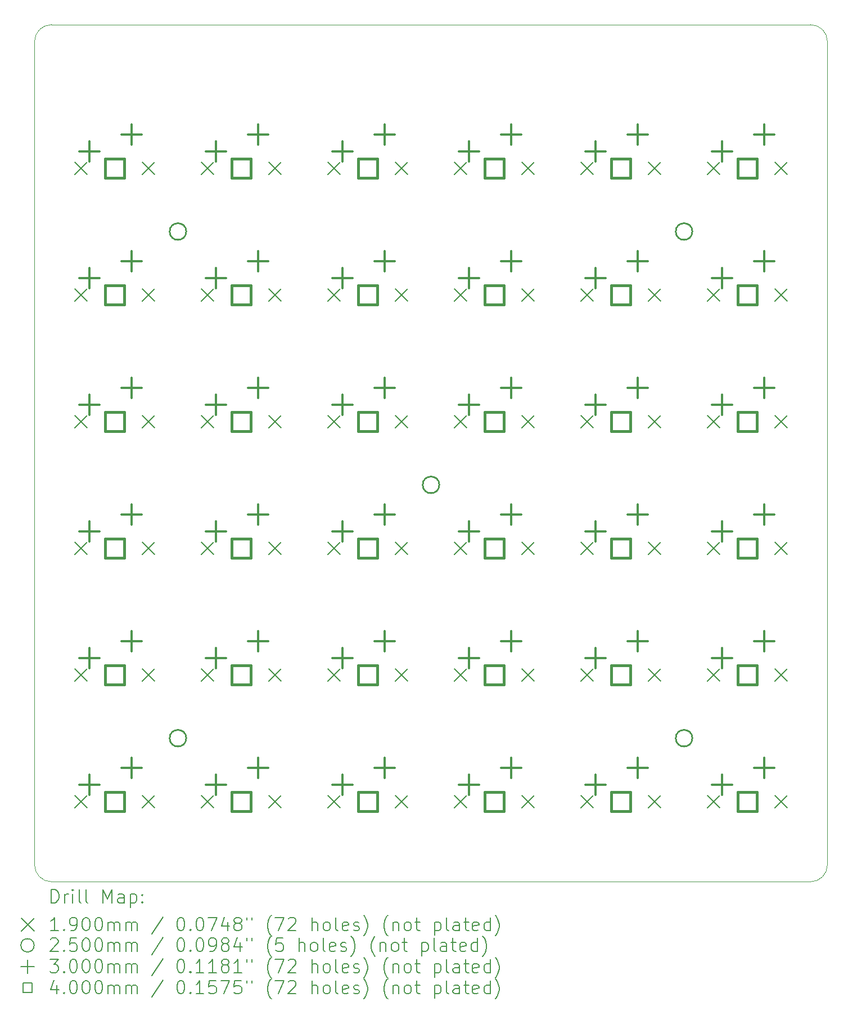
<source format=gbr>
%FSLAX45Y45*%
G04 Gerber Fmt 4.5, Leading zero omitted, Abs format (unit mm)*
G04 Created by KiCad (PCBNEW (6.0.5-0)) date 2022-06-17 01:41:16*
%MOMM*%
%LPD*%
G01*
G04 APERTURE LIST*
%TA.AperFunction,Profile*%
%ADD10C,0.120000*%
%TD*%
%ADD11C,0.200000*%
%ADD12C,0.190000*%
%ADD13C,0.250000*%
%ADD14C,0.300000*%
%ADD15C,0.400000*%
G04 APERTURE END LIST*
D10*
X-10477500Y2159000D02*
G75*
G03*
X-10731500Y1905000I0J-254000D01*
G01*
X952500Y-10731500D02*
G75*
G03*
X1206500Y-10477500I0J254000D01*
G01*
X1206500Y1905000D02*
G75*
G03*
X952500Y2159000I-254000J0D01*
G01*
X952500Y2159000D02*
X-10477500Y2159000D01*
X-10731500Y1905000D02*
X-10731500Y-10477500D01*
X1206500Y1905000D02*
X1206500Y-10477500D01*
X-10477500Y-10731500D02*
X952500Y-10731500D01*
X-10731500Y-10477500D02*
G75*
G03*
X-10477500Y-10731500I254000J0D01*
G01*
D11*
D12*
X-10128000Y95000D02*
X-9938000Y-95000D01*
X-9938000Y95000D02*
X-10128000Y-95000D01*
X-10128000Y-1810000D02*
X-9938000Y-2000000D01*
X-9938000Y-1810000D02*
X-10128000Y-2000000D01*
X-10128000Y-3715000D02*
X-9938000Y-3905000D01*
X-9938000Y-3715000D02*
X-10128000Y-3905000D01*
X-10128000Y-5620000D02*
X-9938000Y-5810000D01*
X-9938000Y-5620000D02*
X-10128000Y-5810000D01*
X-10128000Y-7525000D02*
X-9938000Y-7715000D01*
X-9938000Y-7525000D02*
X-10128000Y-7715000D01*
X-10128000Y-9430000D02*
X-9938000Y-9620000D01*
X-9938000Y-9430000D02*
X-10128000Y-9620000D01*
X-9112000Y95000D02*
X-8922000Y-95000D01*
X-8922000Y95000D02*
X-9112000Y-95000D01*
X-9112000Y-1810000D02*
X-8922000Y-2000000D01*
X-8922000Y-1810000D02*
X-9112000Y-2000000D01*
X-9112000Y-3715000D02*
X-8922000Y-3905000D01*
X-8922000Y-3715000D02*
X-9112000Y-3905000D01*
X-9112000Y-5620000D02*
X-8922000Y-5810000D01*
X-8922000Y-5620000D02*
X-9112000Y-5810000D01*
X-9112000Y-7525000D02*
X-8922000Y-7715000D01*
X-8922000Y-7525000D02*
X-9112000Y-7715000D01*
X-9112000Y-9430000D02*
X-8922000Y-9620000D01*
X-8922000Y-9430000D02*
X-9112000Y-9620000D01*
X-8223000Y95000D02*
X-8033000Y-95000D01*
X-8033000Y95000D02*
X-8223000Y-95000D01*
X-8223000Y-1810000D02*
X-8033000Y-2000000D01*
X-8033000Y-1810000D02*
X-8223000Y-2000000D01*
X-8223000Y-3715000D02*
X-8033000Y-3905000D01*
X-8033000Y-3715000D02*
X-8223000Y-3905000D01*
X-8223000Y-5620000D02*
X-8033000Y-5810000D01*
X-8033000Y-5620000D02*
X-8223000Y-5810000D01*
X-8223000Y-7525000D02*
X-8033000Y-7715000D01*
X-8033000Y-7525000D02*
X-8223000Y-7715000D01*
X-8223000Y-9430000D02*
X-8033000Y-9620000D01*
X-8033000Y-9430000D02*
X-8223000Y-9620000D01*
X-7207000Y95000D02*
X-7017000Y-95000D01*
X-7017000Y95000D02*
X-7207000Y-95000D01*
X-7207000Y-1810000D02*
X-7017000Y-2000000D01*
X-7017000Y-1810000D02*
X-7207000Y-2000000D01*
X-7207000Y-3715000D02*
X-7017000Y-3905000D01*
X-7017000Y-3715000D02*
X-7207000Y-3905000D01*
X-7207000Y-5620000D02*
X-7017000Y-5810000D01*
X-7017000Y-5620000D02*
X-7207000Y-5810000D01*
X-7207000Y-7525000D02*
X-7017000Y-7715000D01*
X-7017000Y-7525000D02*
X-7207000Y-7715000D01*
X-7207000Y-9430000D02*
X-7017000Y-9620000D01*
X-7017000Y-9430000D02*
X-7207000Y-9620000D01*
X-6318000Y95000D02*
X-6128000Y-95000D01*
X-6128000Y95000D02*
X-6318000Y-95000D01*
X-6318000Y-1810000D02*
X-6128000Y-2000000D01*
X-6128000Y-1810000D02*
X-6318000Y-2000000D01*
X-6318000Y-3715000D02*
X-6128000Y-3905000D01*
X-6128000Y-3715000D02*
X-6318000Y-3905000D01*
X-6318000Y-5620000D02*
X-6128000Y-5810000D01*
X-6128000Y-5620000D02*
X-6318000Y-5810000D01*
X-6318000Y-7525000D02*
X-6128000Y-7715000D01*
X-6128000Y-7525000D02*
X-6318000Y-7715000D01*
X-6318000Y-9430000D02*
X-6128000Y-9620000D01*
X-6128000Y-9430000D02*
X-6318000Y-9620000D01*
X-5302000Y95000D02*
X-5112000Y-95000D01*
X-5112000Y95000D02*
X-5302000Y-95000D01*
X-5302000Y-1810000D02*
X-5112000Y-2000000D01*
X-5112000Y-1810000D02*
X-5302000Y-2000000D01*
X-5302000Y-3715000D02*
X-5112000Y-3905000D01*
X-5112000Y-3715000D02*
X-5302000Y-3905000D01*
X-5302000Y-5620000D02*
X-5112000Y-5810000D01*
X-5112000Y-5620000D02*
X-5302000Y-5810000D01*
X-5302000Y-7525000D02*
X-5112000Y-7715000D01*
X-5112000Y-7525000D02*
X-5302000Y-7715000D01*
X-5302000Y-9430000D02*
X-5112000Y-9620000D01*
X-5112000Y-9430000D02*
X-5302000Y-9620000D01*
X-4413000Y95000D02*
X-4223000Y-95000D01*
X-4223000Y95000D02*
X-4413000Y-95000D01*
X-4413000Y-1810000D02*
X-4223000Y-2000000D01*
X-4223000Y-1810000D02*
X-4413000Y-2000000D01*
X-4413000Y-3715000D02*
X-4223000Y-3905000D01*
X-4223000Y-3715000D02*
X-4413000Y-3905000D01*
X-4413000Y-5620000D02*
X-4223000Y-5810000D01*
X-4223000Y-5620000D02*
X-4413000Y-5810000D01*
X-4413000Y-7525000D02*
X-4223000Y-7715000D01*
X-4223000Y-7525000D02*
X-4413000Y-7715000D01*
X-4413000Y-9430000D02*
X-4223000Y-9620000D01*
X-4223000Y-9430000D02*
X-4413000Y-9620000D01*
X-3397000Y95000D02*
X-3207000Y-95000D01*
X-3207000Y95000D02*
X-3397000Y-95000D01*
X-3397000Y-1810000D02*
X-3207000Y-2000000D01*
X-3207000Y-1810000D02*
X-3397000Y-2000000D01*
X-3397000Y-3715000D02*
X-3207000Y-3905000D01*
X-3207000Y-3715000D02*
X-3397000Y-3905000D01*
X-3397000Y-5620000D02*
X-3207000Y-5810000D01*
X-3207000Y-5620000D02*
X-3397000Y-5810000D01*
X-3397000Y-7525000D02*
X-3207000Y-7715000D01*
X-3207000Y-7525000D02*
X-3397000Y-7715000D01*
X-3397000Y-9430000D02*
X-3207000Y-9620000D01*
X-3207000Y-9430000D02*
X-3397000Y-9620000D01*
X-2508000Y95000D02*
X-2318000Y-95000D01*
X-2318000Y95000D02*
X-2508000Y-95000D01*
X-2508000Y-1810000D02*
X-2318000Y-2000000D01*
X-2318000Y-1810000D02*
X-2508000Y-2000000D01*
X-2508000Y-3715000D02*
X-2318000Y-3905000D01*
X-2318000Y-3715000D02*
X-2508000Y-3905000D01*
X-2508000Y-5620000D02*
X-2318000Y-5810000D01*
X-2318000Y-5620000D02*
X-2508000Y-5810000D01*
X-2508000Y-7525000D02*
X-2318000Y-7715000D01*
X-2318000Y-7525000D02*
X-2508000Y-7715000D01*
X-2508000Y-9430000D02*
X-2318000Y-9620000D01*
X-2318000Y-9430000D02*
X-2508000Y-9620000D01*
X-1492000Y95000D02*
X-1302000Y-95000D01*
X-1302000Y95000D02*
X-1492000Y-95000D01*
X-1492000Y-1810000D02*
X-1302000Y-2000000D01*
X-1302000Y-1810000D02*
X-1492000Y-2000000D01*
X-1492000Y-3715000D02*
X-1302000Y-3905000D01*
X-1302000Y-3715000D02*
X-1492000Y-3905000D01*
X-1492000Y-5620000D02*
X-1302000Y-5810000D01*
X-1302000Y-5620000D02*
X-1492000Y-5810000D01*
X-1492000Y-7525000D02*
X-1302000Y-7715000D01*
X-1302000Y-7525000D02*
X-1492000Y-7715000D01*
X-1492000Y-9430000D02*
X-1302000Y-9620000D01*
X-1302000Y-9430000D02*
X-1492000Y-9620000D01*
X-603000Y95000D02*
X-413000Y-95000D01*
X-413000Y95000D02*
X-603000Y-95000D01*
X-603000Y-1810000D02*
X-413000Y-2000000D01*
X-413000Y-1810000D02*
X-603000Y-2000000D01*
X-603000Y-3715000D02*
X-413000Y-3905000D01*
X-413000Y-3715000D02*
X-603000Y-3905000D01*
X-603000Y-5620000D02*
X-413000Y-5810000D01*
X-413000Y-5620000D02*
X-603000Y-5810000D01*
X-603000Y-7525000D02*
X-413000Y-7715000D01*
X-413000Y-7525000D02*
X-603000Y-7715000D01*
X-603000Y-9430000D02*
X-413000Y-9620000D01*
X-413000Y-9430000D02*
X-603000Y-9620000D01*
X413000Y95000D02*
X603000Y-95000D01*
X603000Y95000D02*
X413000Y-95000D01*
X413000Y-1810000D02*
X603000Y-2000000D01*
X603000Y-1810000D02*
X413000Y-2000000D01*
X413000Y-3715000D02*
X603000Y-3905000D01*
X603000Y-3715000D02*
X413000Y-3905000D01*
X413000Y-5620000D02*
X603000Y-5810000D01*
X603000Y-5620000D02*
X413000Y-5810000D01*
X413000Y-7525000D02*
X603000Y-7715000D01*
X603000Y-7525000D02*
X413000Y-7715000D01*
X413000Y-9430000D02*
X603000Y-9620000D01*
X603000Y-9430000D02*
X413000Y-9620000D01*
D13*
X-8447500Y-952500D02*
G75*
G03*
X-8447500Y-952500I-125000J0D01*
G01*
X-8447500Y-8572500D02*
G75*
G03*
X-8447500Y-8572500I-125000J0D01*
G01*
X-4637500Y-4762500D02*
G75*
G03*
X-4637500Y-4762500I-125000J0D01*
G01*
X-827500Y-952500D02*
G75*
G03*
X-827500Y-952500I-125000J0D01*
G01*
X-827500Y-8572500D02*
G75*
G03*
X-827500Y-8572500I-125000J0D01*
G01*
D14*
X-9906000Y404000D02*
X-9906000Y104000D01*
X-10056000Y254000D02*
X-9756000Y254000D01*
X-9906000Y-1501000D02*
X-9906000Y-1801000D01*
X-10056000Y-1651000D02*
X-9756000Y-1651000D01*
X-9906000Y-3406000D02*
X-9906000Y-3706000D01*
X-10056000Y-3556000D02*
X-9756000Y-3556000D01*
X-9906000Y-5311000D02*
X-9906000Y-5611000D01*
X-10056000Y-5461000D02*
X-9756000Y-5461000D01*
X-9906000Y-7216000D02*
X-9906000Y-7516000D01*
X-10056000Y-7366000D02*
X-9756000Y-7366000D01*
X-9906000Y-9121000D02*
X-9906000Y-9421000D01*
X-10056000Y-9271000D02*
X-9756000Y-9271000D01*
X-9271000Y658000D02*
X-9271000Y358000D01*
X-9421000Y508000D02*
X-9121000Y508000D01*
X-9271000Y-1247000D02*
X-9271000Y-1547000D01*
X-9421000Y-1397000D02*
X-9121000Y-1397000D01*
X-9271000Y-3152000D02*
X-9271000Y-3452000D01*
X-9421000Y-3302000D02*
X-9121000Y-3302000D01*
X-9271000Y-5057000D02*
X-9271000Y-5357000D01*
X-9421000Y-5207000D02*
X-9121000Y-5207000D01*
X-9271000Y-6962000D02*
X-9271000Y-7262000D01*
X-9421000Y-7112000D02*
X-9121000Y-7112000D01*
X-9271000Y-8867000D02*
X-9271000Y-9167000D01*
X-9421000Y-9017000D02*
X-9121000Y-9017000D01*
X-8001000Y404000D02*
X-8001000Y104000D01*
X-8151000Y254000D02*
X-7851000Y254000D01*
X-8001000Y-1501000D02*
X-8001000Y-1801000D01*
X-8151000Y-1651000D02*
X-7851000Y-1651000D01*
X-8001000Y-3406000D02*
X-8001000Y-3706000D01*
X-8151000Y-3556000D02*
X-7851000Y-3556000D01*
X-8001000Y-5311000D02*
X-8001000Y-5611000D01*
X-8151000Y-5461000D02*
X-7851000Y-5461000D01*
X-8001000Y-7216000D02*
X-8001000Y-7516000D01*
X-8151000Y-7366000D02*
X-7851000Y-7366000D01*
X-8001000Y-9121000D02*
X-8001000Y-9421000D01*
X-8151000Y-9271000D02*
X-7851000Y-9271000D01*
X-7366000Y658000D02*
X-7366000Y358000D01*
X-7516000Y508000D02*
X-7216000Y508000D01*
X-7366000Y-1247000D02*
X-7366000Y-1547000D01*
X-7516000Y-1397000D02*
X-7216000Y-1397000D01*
X-7366000Y-3152000D02*
X-7366000Y-3452000D01*
X-7516000Y-3302000D02*
X-7216000Y-3302000D01*
X-7366000Y-5057000D02*
X-7366000Y-5357000D01*
X-7516000Y-5207000D02*
X-7216000Y-5207000D01*
X-7366000Y-6962000D02*
X-7366000Y-7262000D01*
X-7516000Y-7112000D02*
X-7216000Y-7112000D01*
X-7366000Y-8867000D02*
X-7366000Y-9167000D01*
X-7516000Y-9017000D02*
X-7216000Y-9017000D01*
X-6096000Y404000D02*
X-6096000Y104000D01*
X-6246000Y254000D02*
X-5946000Y254000D01*
X-6096000Y-1501000D02*
X-6096000Y-1801000D01*
X-6246000Y-1651000D02*
X-5946000Y-1651000D01*
X-6096000Y-3406000D02*
X-6096000Y-3706000D01*
X-6246000Y-3556000D02*
X-5946000Y-3556000D01*
X-6096000Y-5311000D02*
X-6096000Y-5611000D01*
X-6246000Y-5461000D02*
X-5946000Y-5461000D01*
X-6096000Y-7216000D02*
X-6096000Y-7516000D01*
X-6246000Y-7366000D02*
X-5946000Y-7366000D01*
X-6096000Y-9121000D02*
X-6096000Y-9421000D01*
X-6246000Y-9271000D02*
X-5946000Y-9271000D01*
X-5461000Y658000D02*
X-5461000Y358000D01*
X-5611000Y508000D02*
X-5311000Y508000D01*
X-5461000Y-1247000D02*
X-5461000Y-1547000D01*
X-5611000Y-1397000D02*
X-5311000Y-1397000D01*
X-5461000Y-3152000D02*
X-5461000Y-3452000D01*
X-5611000Y-3302000D02*
X-5311000Y-3302000D01*
X-5461000Y-5057000D02*
X-5461000Y-5357000D01*
X-5611000Y-5207000D02*
X-5311000Y-5207000D01*
X-5461000Y-6962000D02*
X-5461000Y-7262000D01*
X-5611000Y-7112000D02*
X-5311000Y-7112000D01*
X-5461000Y-8867000D02*
X-5461000Y-9167000D01*
X-5611000Y-9017000D02*
X-5311000Y-9017000D01*
X-4191000Y404000D02*
X-4191000Y104000D01*
X-4341000Y254000D02*
X-4041000Y254000D01*
X-4191000Y-1501000D02*
X-4191000Y-1801000D01*
X-4341000Y-1651000D02*
X-4041000Y-1651000D01*
X-4191000Y-3406000D02*
X-4191000Y-3706000D01*
X-4341000Y-3556000D02*
X-4041000Y-3556000D01*
X-4191000Y-5311000D02*
X-4191000Y-5611000D01*
X-4341000Y-5461000D02*
X-4041000Y-5461000D01*
X-4191000Y-7216000D02*
X-4191000Y-7516000D01*
X-4341000Y-7366000D02*
X-4041000Y-7366000D01*
X-4191000Y-9121000D02*
X-4191000Y-9421000D01*
X-4341000Y-9271000D02*
X-4041000Y-9271000D01*
X-3556000Y658000D02*
X-3556000Y358000D01*
X-3706000Y508000D02*
X-3406000Y508000D01*
X-3556000Y-1247000D02*
X-3556000Y-1547000D01*
X-3706000Y-1397000D02*
X-3406000Y-1397000D01*
X-3556000Y-3152000D02*
X-3556000Y-3452000D01*
X-3706000Y-3302000D02*
X-3406000Y-3302000D01*
X-3556000Y-5057000D02*
X-3556000Y-5357000D01*
X-3706000Y-5207000D02*
X-3406000Y-5207000D01*
X-3556000Y-6962000D02*
X-3556000Y-7262000D01*
X-3706000Y-7112000D02*
X-3406000Y-7112000D01*
X-3556000Y-8867000D02*
X-3556000Y-9167000D01*
X-3706000Y-9017000D02*
X-3406000Y-9017000D01*
X-2286000Y404000D02*
X-2286000Y104000D01*
X-2436000Y254000D02*
X-2136000Y254000D01*
X-2286000Y-1501000D02*
X-2286000Y-1801000D01*
X-2436000Y-1651000D02*
X-2136000Y-1651000D01*
X-2286000Y-3406000D02*
X-2286000Y-3706000D01*
X-2436000Y-3556000D02*
X-2136000Y-3556000D01*
X-2286000Y-5311000D02*
X-2286000Y-5611000D01*
X-2436000Y-5461000D02*
X-2136000Y-5461000D01*
X-2286000Y-7216000D02*
X-2286000Y-7516000D01*
X-2436000Y-7366000D02*
X-2136000Y-7366000D01*
X-2286000Y-9121000D02*
X-2286000Y-9421000D01*
X-2436000Y-9271000D02*
X-2136000Y-9271000D01*
X-1651000Y658000D02*
X-1651000Y358000D01*
X-1801000Y508000D02*
X-1501000Y508000D01*
X-1651000Y-1247000D02*
X-1651000Y-1547000D01*
X-1801000Y-1397000D02*
X-1501000Y-1397000D01*
X-1651000Y-3152000D02*
X-1651000Y-3452000D01*
X-1801000Y-3302000D02*
X-1501000Y-3302000D01*
X-1651000Y-5057000D02*
X-1651000Y-5357000D01*
X-1801000Y-5207000D02*
X-1501000Y-5207000D01*
X-1651000Y-6962000D02*
X-1651000Y-7262000D01*
X-1801000Y-7112000D02*
X-1501000Y-7112000D01*
X-1651000Y-8867000D02*
X-1651000Y-9167000D01*
X-1801000Y-9017000D02*
X-1501000Y-9017000D01*
X-381000Y404000D02*
X-381000Y104000D01*
X-531000Y254000D02*
X-231000Y254000D01*
X-381000Y-1501000D02*
X-381000Y-1801000D01*
X-531000Y-1651000D02*
X-231000Y-1651000D01*
X-381000Y-3406000D02*
X-381000Y-3706000D01*
X-531000Y-3556000D02*
X-231000Y-3556000D01*
X-381000Y-5311000D02*
X-381000Y-5611000D01*
X-531000Y-5461000D02*
X-231000Y-5461000D01*
X-381000Y-7216000D02*
X-381000Y-7516000D01*
X-531000Y-7366000D02*
X-231000Y-7366000D01*
X-381000Y-9121000D02*
X-381000Y-9421000D01*
X-531000Y-9271000D02*
X-231000Y-9271000D01*
X254000Y658000D02*
X254000Y358000D01*
X104000Y508000D02*
X404000Y508000D01*
X254000Y-1247000D02*
X254000Y-1547000D01*
X104000Y-1397000D02*
X404000Y-1397000D01*
X254000Y-3152000D02*
X254000Y-3452000D01*
X104000Y-3302000D02*
X404000Y-3302000D01*
X254000Y-5057000D02*
X254000Y-5357000D01*
X104000Y-5207000D02*
X404000Y-5207000D01*
X254000Y-6962000D02*
X254000Y-7262000D01*
X104000Y-7112000D02*
X404000Y-7112000D01*
X254000Y-8867000D02*
X254000Y-9167000D01*
X104000Y-9017000D02*
X404000Y-9017000D01*
D15*
X-9383577Y-141423D02*
X-9383577Y141423D01*
X-9666423Y141423D01*
X-9666423Y-141423D01*
X-9383577Y-141423D01*
X-9383577Y-141423D02*
X-9383577Y141423D01*
X-9666423Y141423D01*
X-9666423Y-141423D01*
X-9383577Y-141423D01*
X-9383577Y-2046423D02*
X-9383577Y-1763577D01*
X-9666423Y-1763577D01*
X-9666423Y-2046423D01*
X-9383577Y-2046423D01*
X-9383577Y-2046423D02*
X-9383577Y-1763577D01*
X-9666423Y-1763577D01*
X-9666423Y-2046423D01*
X-9383577Y-2046423D01*
X-9383577Y-3951423D02*
X-9383577Y-3668577D01*
X-9666423Y-3668577D01*
X-9666423Y-3951423D01*
X-9383577Y-3951423D01*
X-9383577Y-3951423D02*
X-9383577Y-3668577D01*
X-9666423Y-3668577D01*
X-9666423Y-3951423D01*
X-9383577Y-3951423D01*
X-9383577Y-5856423D02*
X-9383577Y-5573577D01*
X-9666423Y-5573577D01*
X-9666423Y-5856423D01*
X-9383577Y-5856423D01*
X-9383577Y-5856423D02*
X-9383577Y-5573577D01*
X-9666423Y-5573577D01*
X-9666423Y-5856423D01*
X-9383577Y-5856423D01*
X-9383577Y-7761423D02*
X-9383577Y-7478577D01*
X-9666423Y-7478577D01*
X-9666423Y-7761423D01*
X-9383577Y-7761423D01*
X-9383577Y-7761423D02*
X-9383577Y-7478577D01*
X-9666423Y-7478577D01*
X-9666423Y-7761423D01*
X-9383577Y-7761423D01*
X-9383577Y-9666423D02*
X-9383577Y-9383577D01*
X-9666423Y-9383577D01*
X-9666423Y-9666423D01*
X-9383577Y-9666423D01*
X-9383577Y-9666423D02*
X-9383577Y-9383577D01*
X-9666423Y-9383577D01*
X-9666423Y-9666423D01*
X-9383577Y-9666423D01*
X-7478577Y-141423D02*
X-7478577Y141423D01*
X-7761423Y141423D01*
X-7761423Y-141423D01*
X-7478577Y-141423D01*
X-7478577Y-141423D02*
X-7478577Y141423D01*
X-7761423Y141423D01*
X-7761423Y-141423D01*
X-7478577Y-141423D01*
X-7478577Y-2046423D02*
X-7478577Y-1763577D01*
X-7761423Y-1763577D01*
X-7761423Y-2046423D01*
X-7478577Y-2046423D01*
X-7478577Y-2046423D02*
X-7478577Y-1763577D01*
X-7761423Y-1763577D01*
X-7761423Y-2046423D01*
X-7478577Y-2046423D01*
X-7478577Y-3951423D02*
X-7478577Y-3668577D01*
X-7761423Y-3668577D01*
X-7761423Y-3951423D01*
X-7478577Y-3951423D01*
X-7478577Y-3951423D02*
X-7478577Y-3668577D01*
X-7761423Y-3668577D01*
X-7761423Y-3951423D01*
X-7478577Y-3951423D01*
X-7478577Y-5856423D02*
X-7478577Y-5573577D01*
X-7761423Y-5573577D01*
X-7761423Y-5856423D01*
X-7478577Y-5856423D01*
X-7478577Y-5856423D02*
X-7478577Y-5573577D01*
X-7761423Y-5573577D01*
X-7761423Y-5856423D01*
X-7478577Y-5856423D01*
X-7478577Y-7761423D02*
X-7478577Y-7478577D01*
X-7761423Y-7478577D01*
X-7761423Y-7761423D01*
X-7478577Y-7761423D01*
X-7478577Y-7761423D02*
X-7478577Y-7478577D01*
X-7761423Y-7478577D01*
X-7761423Y-7761423D01*
X-7478577Y-7761423D01*
X-7478577Y-9666423D02*
X-7478577Y-9383577D01*
X-7761423Y-9383577D01*
X-7761423Y-9666423D01*
X-7478577Y-9666423D01*
X-7478577Y-9666423D02*
X-7478577Y-9383577D01*
X-7761423Y-9383577D01*
X-7761423Y-9666423D01*
X-7478577Y-9666423D01*
X-5573577Y-141423D02*
X-5573577Y141423D01*
X-5856423Y141423D01*
X-5856423Y-141423D01*
X-5573577Y-141423D01*
X-5573577Y-141423D02*
X-5573577Y141423D01*
X-5856423Y141423D01*
X-5856423Y-141423D01*
X-5573577Y-141423D01*
X-5573577Y-2046423D02*
X-5573577Y-1763577D01*
X-5856423Y-1763577D01*
X-5856423Y-2046423D01*
X-5573577Y-2046423D01*
X-5573577Y-2046423D02*
X-5573577Y-1763577D01*
X-5856423Y-1763577D01*
X-5856423Y-2046423D01*
X-5573577Y-2046423D01*
X-5573577Y-3951423D02*
X-5573577Y-3668577D01*
X-5856423Y-3668577D01*
X-5856423Y-3951423D01*
X-5573577Y-3951423D01*
X-5573577Y-3951423D02*
X-5573577Y-3668577D01*
X-5856423Y-3668577D01*
X-5856423Y-3951423D01*
X-5573577Y-3951423D01*
X-5573577Y-5856423D02*
X-5573577Y-5573577D01*
X-5856423Y-5573577D01*
X-5856423Y-5856423D01*
X-5573577Y-5856423D01*
X-5573577Y-5856423D02*
X-5573577Y-5573577D01*
X-5856423Y-5573577D01*
X-5856423Y-5856423D01*
X-5573577Y-5856423D01*
X-5573577Y-7761423D02*
X-5573577Y-7478577D01*
X-5856423Y-7478577D01*
X-5856423Y-7761423D01*
X-5573577Y-7761423D01*
X-5573577Y-7761423D02*
X-5573577Y-7478577D01*
X-5856423Y-7478577D01*
X-5856423Y-7761423D01*
X-5573577Y-7761423D01*
X-5573577Y-9666423D02*
X-5573577Y-9383577D01*
X-5856423Y-9383577D01*
X-5856423Y-9666423D01*
X-5573577Y-9666423D01*
X-5573577Y-9666423D02*
X-5573577Y-9383577D01*
X-5856423Y-9383577D01*
X-5856423Y-9666423D01*
X-5573577Y-9666423D01*
X-3668577Y-141423D02*
X-3668577Y141423D01*
X-3951423Y141423D01*
X-3951423Y-141423D01*
X-3668577Y-141423D01*
X-3668577Y-141423D02*
X-3668577Y141423D01*
X-3951423Y141423D01*
X-3951423Y-141423D01*
X-3668577Y-141423D01*
X-3668577Y-2046423D02*
X-3668577Y-1763577D01*
X-3951423Y-1763577D01*
X-3951423Y-2046423D01*
X-3668577Y-2046423D01*
X-3668577Y-2046423D02*
X-3668577Y-1763577D01*
X-3951423Y-1763577D01*
X-3951423Y-2046423D01*
X-3668577Y-2046423D01*
X-3668577Y-3951423D02*
X-3668577Y-3668577D01*
X-3951423Y-3668577D01*
X-3951423Y-3951423D01*
X-3668577Y-3951423D01*
X-3668577Y-3951423D02*
X-3668577Y-3668577D01*
X-3951423Y-3668577D01*
X-3951423Y-3951423D01*
X-3668577Y-3951423D01*
X-3668577Y-5856423D02*
X-3668577Y-5573577D01*
X-3951423Y-5573577D01*
X-3951423Y-5856423D01*
X-3668577Y-5856423D01*
X-3668577Y-5856423D02*
X-3668577Y-5573577D01*
X-3951423Y-5573577D01*
X-3951423Y-5856423D01*
X-3668577Y-5856423D01*
X-3668577Y-7761423D02*
X-3668577Y-7478577D01*
X-3951423Y-7478577D01*
X-3951423Y-7761423D01*
X-3668577Y-7761423D01*
X-3668577Y-7761423D02*
X-3668577Y-7478577D01*
X-3951423Y-7478577D01*
X-3951423Y-7761423D01*
X-3668577Y-7761423D01*
X-3668577Y-9666423D02*
X-3668577Y-9383577D01*
X-3951423Y-9383577D01*
X-3951423Y-9666423D01*
X-3668577Y-9666423D01*
X-3668577Y-9666423D02*
X-3668577Y-9383577D01*
X-3951423Y-9383577D01*
X-3951423Y-9666423D01*
X-3668577Y-9666423D01*
X-1763577Y-141423D02*
X-1763577Y141423D01*
X-2046423Y141423D01*
X-2046423Y-141423D01*
X-1763577Y-141423D01*
X-1763577Y-141423D02*
X-1763577Y141423D01*
X-2046423Y141423D01*
X-2046423Y-141423D01*
X-1763577Y-141423D01*
X-1763577Y-2046423D02*
X-1763577Y-1763577D01*
X-2046423Y-1763577D01*
X-2046423Y-2046423D01*
X-1763577Y-2046423D01*
X-1763577Y-2046423D02*
X-1763577Y-1763577D01*
X-2046423Y-1763577D01*
X-2046423Y-2046423D01*
X-1763577Y-2046423D01*
X-1763577Y-3951423D02*
X-1763577Y-3668577D01*
X-2046423Y-3668577D01*
X-2046423Y-3951423D01*
X-1763577Y-3951423D01*
X-1763577Y-3951423D02*
X-1763577Y-3668577D01*
X-2046423Y-3668577D01*
X-2046423Y-3951423D01*
X-1763577Y-3951423D01*
X-1763577Y-5856423D02*
X-1763577Y-5573577D01*
X-2046423Y-5573577D01*
X-2046423Y-5856423D01*
X-1763577Y-5856423D01*
X-1763577Y-5856423D02*
X-1763577Y-5573577D01*
X-2046423Y-5573577D01*
X-2046423Y-5856423D01*
X-1763577Y-5856423D01*
X-1763577Y-7761423D02*
X-1763577Y-7478577D01*
X-2046423Y-7478577D01*
X-2046423Y-7761423D01*
X-1763577Y-7761423D01*
X-1763577Y-7761423D02*
X-1763577Y-7478577D01*
X-2046423Y-7478577D01*
X-2046423Y-7761423D01*
X-1763577Y-7761423D01*
X-1763577Y-9666423D02*
X-1763577Y-9383577D01*
X-2046423Y-9383577D01*
X-2046423Y-9666423D01*
X-1763577Y-9666423D01*
X-1763577Y-9666423D02*
X-1763577Y-9383577D01*
X-2046423Y-9383577D01*
X-2046423Y-9666423D01*
X-1763577Y-9666423D01*
X141423Y-141423D02*
X141423Y141423D01*
X-141423Y141423D01*
X-141423Y-141423D01*
X141423Y-141423D01*
X141423Y-141423D02*
X141423Y141423D01*
X-141423Y141423D01*
X-141423Y-141423D01*
X141423Y-141423D01*
X141423Y-2046423D02*
X141423Y-1763577D01*
X-141423Y-1763577D01*
X-141423Y-2046423D01*
X141423Y-2046423D01*
X141423Y-2046423D02*
X141423Y-1763577D01*
X-141423Y-1763577D01*
X-141423Y-2046423D01*
X141423Y-2046423D01*
X141423Y-3951423D02*
X141423Y-3668577D01*
X-141423Y-3668577D01*
X-141423Y-3951423D01*
X141423Y-3951423D01*
X141423Y-3951423D02*
X141423Y-3668577D01*
X-141423Y-3668577D01*
X-141423Y-3951423D01*
X141423Y-3951423D01*
X141423Y-5856423D02*
X141423Y-5573577D01*
X-141423Y-5573577D01*
X-141423Y-5856423D01*
X141423Y-5856423D01*
X141423Y-5856423D02*
X141423Y-5573577D01*
X-141423Y-5573577D01*
X-141423Y-5856423D01*
X141423Y-5856423D01*
X141423Y-7761423D02*
X141423Y-7478577D01*
X-141423Y-7478577D01*
X-141423Y-7761423D01*
X141423Y-7761423D01*
X141423Y-7761423D02*
X141423Y-7478577D01*
X-141423Y-7478577D01*
X-141423Y-7761423D01*
X141423Y-7761423D01*
X141423Y-9666423D02*
X141423Y-9383577D01*
X-141423Y-9383577D01*
X-141423Y-9666423D01*
X141423Y-9666423D01*
X141423Y-9666423D02*
X141423Y-9383577D01*
X-141423Y-9383577D01*
X-141423Y-9666423D01*
X141423Y-9666423D01*
D11*
X-10479881Y-11047976D02*
X-10479881Y-10847976D01*
X-10432262Y-10847976D01*
X-10403691Y-10857500D01*
X-10384643Y-10876548D01*
X-10375119Y-10895595D01*
X-10365595Y-10933690D01*
X-10365595Y-10962262D01*
X-10375119Y-11000357D01*
X-10384643Y-11019405D01*
X-10403691Y-11038452D01*
X-10432262Y-11047976D01*
X-10479881Y-11047976D01*
X-10279881Y-11047976D02*
X-10279881Y-10914643D01*
X-10279881Y-10952738D02*
X-10270357Y-10933690D01*
X-10260833Y-10924167D01*
X-10241786Y-10914643D01*
X-10222738Y-10914643D01*
X-10156072Y-11047976D02*
X-10156072Y-10914643D01*
X-10156072Y-10847976D02*
X-10165595Y-10857500D01*
X-10156072Y-10867024D01*
X-10146548Y-10857500D01*
X-10156072Y-10847976D01*
X-10156072Y-10867024D01*
X-10032262Y-11047976D02*
X-10051310Y-11038452D01*
X-10060833Y-11019405D01*
X-10060833Y-10847976D01*
X-9927500Y-11047976D02*
X-9946548Y-11038452D01*
X-9956072Y-11019405D01*
X-9956072Y-10847976D01*
X-9698929Y-11047976D02*
X-9698929Y-10847976D01*
X-9632262Y-10990833D01*
X-9565595Y-10847976D01*
X-9565595Y-11047976D01*
X-9384643Y-11047976D02*
X-9384643Y-10943214D01*
X-9394167Y-10924167D01*
X-9413214Y-10914643D01*
X-9451310Y-10914643D01*
X-9470357Y-10924167D01*
X-9384643Y-11038452D02*
X-9403691Y-11047976D01*
X-9451310Y-11047976D01*
X-9470357Y-11038452D01*
X-9479881Y-11019405D01*
X-9479881Y-11000357D01*
X-9470357Y-10981310D01*
X-9451310Y-10971786D01*
X-9403691Y-10971786D01*
X-9384643Y-10962262D01*
X-9289405Y-10914643D02*
X-9289405Y-11114643D01*
X-9289405Y-10924167D02*
X-9270357Y-10914643D01*
X-9232262Y-10914643D01*
X-9213214Y-10924167D01*
X-9203691Y-10933690D01*
X-9194167Y-10952738D01*
X-9194167Y-11009881D01*
X-9203691Y-11028929D01*
X-9213214Y-11038452D01*
X-9232262Y-11047976D01*
X-9270357Y-11047976D01*
X-9289405Y-11038452D01*
X-9108452Y-11028929D02*
X-9098929Y-11038452D01*
X-9108452Y-11047976D01*
X-9117976Y-11038452D01*
X-9108452Y-11028929D01*
X-9108452Y-11047976D01*
X-9108452Y-10924167D02*
X-9098929Y-10933690D01*
X-9108452Y-10943214D01*
X-9117976Y-10933690D01*
X-9108452Y-10924167D01*
X-9108452Y-10943214D01*
D12*
X-10927500Y-11282500D02*
X-10737500Y-11472500D01*
X-10737500Y-11282500D02*
X-10927500Y-11472500D01*
D11*
X-10375119Y-11467976D02*
X-10489405Y-11467976D01*
X-10432262Y-11467976D02*
X-10432262Y-11267976D01*
X-10451310Y-11296548D01*
X-10470357Y-11315595D01*
X-10489405Y-11325119D01*
X-10289405Y-11448928D02*
X-10279881Y-11458452D01*
X-10289405Y-11467976D01*
X-10298929Y-11458452D01*
X-10289405Y-11448928D01*
X-10289405Y-11467976D01*
X-10184643Y-11467976D02*
X-10146548Y-11467976D01*
X-10127500Y-11458452D01*
X-10117976Y-11448928D01*
X-10098929Y-11420357D01*
X-10089405Y-11382262D01*
X-10089405Y-11306071D01*
X-10098929Y-11287024D01*
X-10108452Y-11277500D01*
X-10127500Y-11267976D01*
X-10165595Y-11267976D01*
X-10184643Y-11277500D01*
X-10194167Y-11287024D01*
X-10203691Y-11306071D01*
X-10203691Y-11353690D01*
X-10194167Y-11372738D01*
X-10184643Y-11382262D01*
X-10165595Y-11391786D01*
X-10127500Y-11391786D01*
X-10108452Y-11382262D01*
X-10098929Y-11372738D01*
X-10089405Y-11353690D01*
X-9965595Y-11267976D02*
X-9946548Y-11267976D01*
X-9927500Y-11277500D01*
X-9917976Y-11287024D01*
X-9908452Y-11306071D01*
X-9898929Y-11344167D01*
X-9898929Y-11391786D01*
X-9908452Y-11429881D01*
X-9917976Y-11448928D01*
X-9927500Y-11458452D01*
X-9946548Y-11467976D01*
X-9965595Y-11467976D01*
X-9984643Y-11458452D01*
X-9994167Y-11448928D01*
X-10003691Y-11429881D01*
X-10013214Y-11391786D01*
X-10013214Y-11344167D01*
X-10003691Y-11306071D01*
X-9994167Y-11287024D01*
X-9984643Y-11277500D01*
X-9965595Y-11267976D01*
X-9775119Y-11267976D02*
X-9756072Y-11267976D01*
X-9737024Y-11277500D01*
X-9727500Y-11287024D01*
X-9717976Y-11306071D01*
X-9708452Y-11344167D01*
X-9708452Y-11391786D01*
X-9717976Y-11429881D01*
X-9727500Y-11448928D01*
X-9737024Y-11458452D01*
X-9756072Y-11467976D01*
X-9775119Y-11467976D01*
X-9794167Y-11458452D01*
X-9803691Y-11448928D01*
X-9813214Y-11429881D01*
X-9822738Y-11391786D01*
X-9822738Y-11344167D01*
X-9813214Y-11306071D01*
X-9803691Y-11287024D01*
X-9794167Y-11277500D01*
X-9775119Y-11267976D01*
X-9622738Y-11467976D02*
X-9622738Y-11334643D01*
X-9622738Y-11353690D02*
X-9613214Y-11344167D01*
X-9594167Y-11334643D01*
X-9565595Y-11334643D01*
X-9546548Y-11344167D01*
X-9537024Y-11363214D01*
X-9537024Y-11467976D01*
X-9537024Y-11363214D02*
X-9527500Y-11344167D01*
X-9508452Y-11334643D01*
X-9479881Y-11334643D01*
X-9460833Y-11344167D01*
X-9451310Y-11363214D01*
X-9451310Y-11467976D01*
X-9356072Y-11467976D02*
X-9356072Y-11334643D01*
X-9356072Y-11353690D02*
X-9346548Y-11344167D01*
X-9327500Y-11334643D01*
X-9298929Y-11334643D01*
X-9279881Y-11344167D01*
X-9270357Y-11363214D01*
X-9270357Y-11467976D01*
X-9270357Y-11363214D02*
X-9260833Y-11344167D01*
X-9241786Y-11334643D01*
X-9213214Y-11334643D01*
X-9194167Y-11344167D01*
X-9184643Y-11363214D01*
X-9184643Y-11467976D01*
X-8794167Y-11258452D02*
X-8965595Y-11515595D01*
X-8537024Y-11267976D02*
X-8517976Y-11267976D01*
X-8498929Y-11277500D01*
X-8489405Y-11287024D01*
X-8479881Y-11306071D01*
X-8470357Y-11344167D01*
X-8470357Y-11391786D01*
X-8479881Y-11429881D01*
X-8489405Y-11448928D01*
X-8498929Y-11458452D01*
X-8517976Y-11467976D01*
X-8537024Y-11467976D01*
X-8556072Y-11458452D01*
X-8565595Y-11448928D01*
X-8575119Y-11429881D01*
X-8584643Y-11391786D01*
X-8584643Y-11344167D01*
X-8575119Y-11306071D01*
X-8565595Y-11287024D01*
X-8556072Y-11277500D01*
X-8537024Y-11267976D01*
X-8384643Y-11448928D02*
X-8375119Y-11458452D01*
X-8384643Y-11467976D01*
X-8394167Y-11458452D01*
X-8384643Y-11448928D01*
X-8384643Y-11467976D01*
X-8251310Y-11267976D02*
X-8232262Y-11267976D01*
X-8213214Y-11277500D01*
X-8203690Y-11287024D01*
X-8194167Y-11306071D01*
X-8184643Y-11344167D01*
X-8184643Y-11391786D01*
X-8194167Y-11429881D01*
X-8203690Y-11448928D01*
X-8213214Y-11458452D01*
X-8232262Y-11467976D01*
X-8251310Y-11467976D01*
X-8270357Y-11458452D01*
X-8279881Y-11448928D01*
X-8289405Y-11429881D01*
X-8298929Y-11391786D01*
X-8298929Y-11344167D01*
X-8289405Y-11306071D01*
X-8279881Y-11287024D01*
X-8270357Y-11277500D01*
X-8251310Y-11267976D01*
X-8117976Y-11267976D02*
X-7984643Y-11267976D01*
X-8070357Y-11467976D01*
X-7822738Y-11334643D02*
X-7822738Y-11467976D01*
X-7870357Y-11258452D02*
X-7917976Y-11401309D01*
X-7794167Y-11401309D01*
X-7689405Y-11353690D02*
X-7708452Y-11344167D01*
X-7717976Y-11334643D01*
X-7727500Y-11315595D01*
X-7727500Y-11306071D01*
X-7717976Y-11287024D01*
X-7708452Y-11277500D01*
X-7689405Y-11267976D01*
X-7651310Y-11267976D01*
X-7632262Y-11277500D01*
X-7622738Y-11287024D01*
X-7613214Y-11306071D01*
X-7613214Y-11315595D01*
X-7622738Y-11334643D01*
X-7632262Y-11344167D01*
X-7651310Y-11353690D01*
X-7689405Y-11353690D01*
X-7708452Y-11363214D01*
X-7717976Y-11372738D01*
X-7727500Y-11391786D01*
X-7727500Y-11429881D01*
X-7717976Y-11448928D01*
X-7708452Y-11458452D01*
X-7689405Y-11467976D01*
X-7651310Y-11467976D01*
X-7632262Y-11458452D01*
X-7622738Y-11448928D01*
X-7613214Y-11429881D01*
X-7613214Y-11391786D01*
X-7622738Y-11372738D01*
X-7632262Y-11363214D01*
X-7651310Y-11353690D01*
X-7537024Y-11267976D02*
X-7537024Y-11306071D01*
X-7460833Y-11267976D02*
X-7460833Y-11306071D01*
X-7165595Y-11544167D02*
X-7175119Y-11534643D01*
X-7194167Y-11506071D01*
X-7203690Y-11487024D01*
X-7213214Y-11458452D01*
X-7222738Y-11410833D01*
X-7222738Y-11372738D01*
X-7213214Y-11325119D01*
X-7203690Y-11296548D01*
X-7194167Y-11277500D01*
X-7175119Y-11248928D01*
X-7165595Y-11239405D01*
X-7108452Y-11267976D02*
X-6975119Y-11267976D01*
X-7060833Y-11467976D01*
X-6908452Y-11287024D02*
X-6898929Y-11277500D01*
X-6879881Y-11267976D01*
X-6832262Y-11267976D01*
X-6813214Y-11277500D01*
X-6803690Y-11287024D01*
X-6794167Y-11306071D01*
X-6794167Y-11325119D01*
X-6803690Y-11353690D01*
X-6917976Y-11467976D01*
X-6794167Y-11467976D01*
X-6556071Y-11467976D02*
X-6556071Y-11267976D01*
X-6470357Y-11467976D02*
X-6470357Y-11363214D01*
X-6479881Y-11344167D01*
X-6498929Y-11334643D01*
X-6527500Y-11334643D01*
X-6546548Y-11344167D01*
X-6556071Y-11353690D01*
X-6346548Y-11467976D02*
X-6365595Y-11458452D01*
X-6375119Y-11448928D01*
X-6384643Y-11429881D01*
X-6384643Y-11372738D01*
X-6375119Y-11353690D01*
X-6365595Y-11344167D01*
X-6346548Y-11334643D01*
X-6317976Y-11334643D01*
X-6298929Y-11344167D01*
X-6289405Y-11353690D01*
X-6279881Y-11372738D01*
X-6279881Y-11429881D01*
X-6289405Y-11448928D01*
X-6298929Y-11458452D01*
X-6317976Y-11467976D01*
X-6346548Y-11467976D01*
X-6165595Y-11467976D02*
X-6184643Y-11458452D01*
X-6194167Y-11439405D01*
X-6194167Y-11267976D01*
X-6013214Y-11458452D02*
X-6032262Y-11467976D01*
X-6070357Y-11467976D01*
X-6089405Y-11458452D01*
X-6098929Y-11439405D01*
X-6098929Y-11363214D01*
X-6089405Y-11344167D01*
X-6070357Y-11334643D01*
X-6032262Y-11334643D01*
X-6013214Y-11344167D01*
X-6003690Y-11363214D01*
X-6003690Y-11382262D01*
X-6098929Y-11401309D01*
X-5927500Y-11458452D02*
X-5908452Y-11467976D01*
X-5870357Y-11467976D01*
X-5851310Y-11458452D01*
X-5841786Y-11439405D01*
X-5841786Y-11429881D01*
X-5851310Y-11410833D01*
X-5870357Y-11401309D01*
X-5898929Y-11401309D01*
X-5917976Y-11391786D01*
X-5927500Y-11372738D01*
X-5927500Y-11363214D01*
X-5917976Y-11344167D01*
X-5898929Y-11334643D01*
X-5870357Y-11334643D01*
X-5851310Y-11344167D01*
X-5775119Y-11544167D02*
X-5765595Y-11534643D01*
X-5746548Y-11506071D01*
X-5737024Y-11487024D01*
X-5727500Y-11458452D01*
X-5717976Y-11410833D01*
X-5717976Y-11372738D01*
X-5727500Y-11325119D01*
X-5737024Y-11296548D01*
X-5746548Y-11277500D01*
X-5765595Y-11248928D01*
X-5775119Y-11239405D01*
X-5413214Y-11544167D02*
X-5422738Y-11534643D01*
X-5441786Y-11506071D01*
X-5451310Y-11487024D01*
X-5460833Y-11458452D01*
X-5470357Y-11410833D01*
X-5470357Y-11372738D01*
X-5460833Y-11325119D01*
X-5451310Y-11296548D01*
X-5441786Y-11277500D01*
X-5422738Y-11248928D01*
X-5413214Y-11239405D01*
X-5337024Y-11334643D02*
X-5337024Y-11467976D01*
X-5337024Y-11353690D02*
X-5327500Y-11344167D01*
X-5308452Y-11334643D01*
X-5279881Y-11334643D01*
X-5260833Y-11344167D01*
X-5251310Y-11363214D01*
X-5251310Y-11467976D01*
X-5127500Y-11467976D02*
X-5146548Y-11458452D01*
X-5156072Y-11448928D01*
X-5165595Y-11429881D01*
X-5165595Y-11372738D01*
X-5156072Y-11353690D01*
X-5146548Y-11344167D01*
X-5127500Y-11334643D01*
X-5098929Y-11334643D01*
X-5079881Y-11344167D01*
X-5070357Y-11353690D01*
X-5060833Y-11372738D01*
X-5060833Y-11429881D01*
X-5070357Y-11448928D01*
X-5079881Y-11458452D01*
X-5098929Y-11467976D01*
X-5127500Y-11467976D01*
X-5003691Y-11334643D02*
X-4927500Y-11334643D01*
X-4975119Y-11267976D02*
X-4975119Y-11439405D01*
X-4965595Y-11458452D01*
X-4946548Y-11467976D01*
X-4927500Y-11467976D01*
X-4708452Y-11334643D02*
X-4708452Y-11534643D01*
X-4708452Y-11344167D02*
X-4689405Y-11334643D01*
X-4651310Y-11334643D01*
X-4632262Y-11344167D01*
X-4622738Y-11353690D01*
X-4613214Y-11372738D01*
X-4613214Y-11429881D01*
X-4622738Y-11448928D01*
X-4632262Y-11458452D01*
X-4651310Y-11467976D01*
X-4689405Y-11467976D01*
X-4708452Y-11458452D01*
X-4498929Y-11467976D02*
X-4517976Y-11458452D01*
X-4527500Y-11439405D01*
X-4527500Y-11267976D01*
X-4337024Y-11467976D02*
X-4337024Y-11363214D01*
X-4346548Y-11344167D01*
X-4365595Y-11334643D01*
X-4403691Y-11334643D01*
X-4422738Y-11344167D01*
X-4337024Y-11458452D02*
X-4356072Y-11467976D01*
X-4403691Y-11467976D01*
X-4422738Y-11458452D01*
X-4432262Y-11439405D01*
X-4432262Y-11420357D01*
X-4422738Y-11401309D01*
X-4403691Y-11391786D01*
X-4356072Y-11391786D01*
X-4337024Y-11382262D01*
X-4270357Y-11334643D02*
X-4194167Y-11334643D01*
X-4241786Y-11267976D02*
X-4241786Y-11439405D01*
X-4232262Y-11458452D01*
X-4213214Y-11467976D01*
X-4194167Y-11467976D01*
X-4051310Y-11458452D02*
X-4070357Y-11467976D01*
X-4108452Y-11467976D01*
X-4127500Y-11458452D01*
X-4137024Y-11439405D01*
X-4137024Y-11363214D01*
X-4127500Y-11344167D01*
X-4108452Y-11334643D01*
X-4070357Y-11334643D01*
X-4051310Y-11344167D01*
X-4041786Y-11363214D01*
X-4041786Y-11382262D01*
X-4137024Y-11401309D01*
X-3870357Y-11467976D02*
X-3870357Y-11267976D01*
X-3870357Y-11458452D02*
X-3889405Y-11467976D01*
X-3927500Y-11467976D01*
X-3946548Y-11458452D01*
X-3956071Y-11448928D01*
X-3965595Y-11429881D01*
X-3965595Y-11372738D01*
X-3956071Y-11353690D01*
X-3946548Y-11344167D01*
X-3927500Y-11334643D01*
X-3889405Y-11334643D01*
X-3870357Y-11344167D01*
X-3794167Y-11544167D02*
X-3784643Y-11534643D01*
X-3765595Y-11506071D01*
X-3756071Y-11487024D01*
X-3746548Y-11458452D01*
X-3737024Y-11410833D01*
X-3737024Y-11372738D01*
X-3746548Y-11325119D01*
X-3756071Y-11296548D01*
X-3765595Y-11277500D01*
X-3784643Y-11248928D01*
X-3794167Y-11239405D01*
X-10737500Y-11687500D02*
G75*
G03*
X-10737500Y-11687500I-100000J0D01*
G01*
X-10489405Y-11597024D02*
X-10479881Y-11587500D01*
X-10460833Y-11577976D01*
X-10413214Y-11577976D01*
X-10394167Y-11587500D01*
X-10384643Y-11597024D01*
X-10375119Y-11616071D01*
X-10375119Y-11635119D01*
X-10384643Y-11663690D01*
X-10498929Y-11777976D01*
X-10375119Y-11777976D01*
X-10289405Y-11758928D02*
X-10279881Y-11768452D01*
X-10289405Y-11777976D01*
X-10298929Y-11768452D01*
X-10289405Y-11758928D01*
X-10289405Y-11777976D01*
X-10098929Y-11577976D02*
X-10194167Y-11577976D01*
X-10203691Y-11673214D01*
X-10194167Y-11663690D01*
X-10175119Y-11654167D01*
X-10127500Y-11654167D01*
X-10108452Y-11663690D01*
X-10098929Y-11673214D01*
X-10089405Y-11692262D01*
X-10089405Y-11739881D01*
X-10098929Y-11758928D01*
X-10108452Y-11768452D01*
X-10127500Y-11777976D01*
X-10175119Y-11777976D01*
X-10194167Y-11768452D01*
X-10203691Y-11758928D01*
X-9965595Y-11577976D02*
X-9946548Y-11577976D01*
X-9927500Y-11587500D01*
X-9917976Y-11597024D01*
X-9908452Y-11616071D01*
X-9898929Y-11654167D01*
X-9898929Y-11701786D01*
X-9908452Y-11739881D01*
X-9917976Y-11758928D01*
X-9927500Y-11768452D01*
X-9946548Y-11777976D01*
X-9965595Y-11777976D01*
X-9984643Y-11768452D01*
X-9994167Y-11758928D01*
X-10003691Y-11739881D01*
X-10013214Y-11701786D01*
X-10013214Y-11654167D01*
X-10003691Y-11616071D01*
X-9994167Y-11597024D01*
X-9984643Y-11587500D01*
X-9965595Y-11577976D01*
X-9775119Y-11577976D02*
X-9756072Y-11577976D01*
X-9737024Y-11587500D01*
X-9727500Y-11597024D01*
X-9717976Y-11616071D01*
X-9708452Y-11654167D01*
X-9708452Y-11701786D01*
X-9717976Y-11739881D01*
X-9727500Y-11758928D01*
X-9737024Y-11768452D01*
X-9756072Y-11777976D01*
X-9775119Y-11777976D01*
X-9794167Y-11768452D01*
X-9803691Y-11758928D01*
X-9813214Y-11739881D01*
X-9822738Y-11701786D01*
X-9822738Y-11654167D01*
X-9813214Y-11616071D01*
X-9803691Y-11597024D01*
X-9794167Y-11587500D01*
X-9775119Y-11577976D01*
X-9622738Y-11777976D02*
X-9622738Y-11644643D01*
X-9622738Y-11663690D02*
X-9613214Y-11654167D01*
X-9594167Y-11644643D01*
X-9565595Y-11644643D01*
X-9546548Y-11654167D01*
X-9537024Y-11673214D01*
X-9537024Y-11777976D01*
X-9537024Y-11673214D02*
X-9527500Y-11654167D01*
X-9508452Y-11644643D01*
X-9479881Y-11644643D01*
X-9460833Y-11654167D01*
X-9451310Y-11673214D01*
X-9451310Y-11777976D01*
X-9356072Y-11777976D02*
X-9356072Y-11644643D01*
X-9356072Y-11663690D02*
X-9346548Y-11654167D01*
X-9327500Y-11644643D01*
X-9298929Y-11644643D01*
X-9279881Y-11654167D01*
X-9270357Y-11673214D01*
X-9270357Y-11777976D01*
X-9270357Y-11673214D02*
X-9260833Y-11654167D01*
X-9241786Y-11644643D01*
X-9213214Y-11644643D01*
X-9194167Y-11654167D01*
X-9184643Y-11673214D01*
X-9184643Y-11777976D01*
X-8794167Y-11568452D02*
X-8965595Y-11825595D01*
X-8537024Y-11577976D02*
X-8517976Y-11577976D01*
X-8498929Y-11587500D01*
X-8489405Y-11597024D01*
X-8479881Y-11616071D01*
X-8470357Y-11654167D01*
X-8470357Y-11701786D01*
X-8479881Y-11739881D01*
X-8489405Y-11758928D01*
X-8498929Y-11768452D01*
X-8517976Y-11777976D01*
X-8537024Y-11777976D01*
X-8556072Y-11768452D01*
X-8565595Y-11758928D01*
X-8575119Y-11739881D01*
X-8584643Y-11701786D01*
X-8584643Y-11654167D01*
X-8575119Y-11616071D01*
X-8565595Y-11597024D01*
X-8556072Y-11587500D01*
X-8537024Y-11577976D01*
X-8384643Y-11758928D02*
X-8375119Y-11768452D01*
X-8384643Y-11777976D01*
X-8394167Y-11768452D01*
X-8384643Y-11758928D01*
X-8384643Y-11777976D01*
X-8251310Y-11577976D02*
X-8232262Y-11577976D01*
X-8213214Y-11587500D01*
X-8203690Y-11597024D01*
X-8194167Y-11616071D01*
X-8184643Y-11654167D01*
X-8184643Y-11701786D01*
X-8194167Y-11739881D01*
X-8203690Y-11758928D01*
X-8213214Y-11768452D01*
X-8232262Y-11777976D01*
X-8251310Y-11777976D01*
X-8270357Y-11768452D01*
X-8279881Y-11758928D01*
X-8289405Y-11739881D01*
X-8298929Y-11701786D01*
X-8298929Y-11654167D01*
X-8289405Y-11616071D01*
X-8279881Y-11597024D01*
X-8270357Y-11587500D01*
X-8251310Y-11577976D01*
X-8089405Y-11777976D02*
X-8051310Y-11777976D01*
X-8032262Y-11768452D01*
X-8022738Y-11758928D01*
X-8003690Y-11730357D01*
X-7994167Y-11692262D01*
X-7994167Y-11616071D01*
X-8003690Y-11597024D01*
X-8013214Y-11587500D01*
X-8032262Y-11577976D01*
X-8070357Y-11577976D01*
X-8089405Y-11587500D01*
X-8098929Y-11597024D01*
X-8108452Y-11616071D01*
X-8108452Y-11663690D01*
X-8098929Y-11682738D01*
X-8089405Y-11692262D01*
X-8070357Y-11701786D01*
X-8032262Y-11701786D01*
X-8013214Y-11692262D01*
X-8003690Y-11682738D01*
X-7994167Y-11663690D01*
X-7879881Y-11663690D02*
X-7898929Y-11654167D01*
X-7908452Y-11644643D01*
X-7917976Y-11625595D01*
X-7917976Y-11616071D01*
X-7908452Y-11597024D01*
X-7898929Y-11587500D01*
X-7879881Y-11577976D01*
X-7841786Y-11577976D01*
X-7822738Y-11587500D01*
X-7813214Y-11597024D01*
X-7803690Y-11616071D01*
X-7803690Y-11625595D01*
X-7813214Y-11644643D01*
X-7822738Y-11654167D01*
X-7841786Y-11663690D01*
X-7879881Y-11663690D01*
X-7898929Y-11673214D01*
X-7908452Y-11682738D01*
X-7917976Y-11701786D01*
X-7917976Y-11739881D01*
X-7908452Y-11758928D01*
X-7898929Y-11768452D01*
X-7879881Y-11777976D01*
X-7841786Y-11777976D01*
X-7822738Y-11768452D01*
X-7813214Y-11758928D01*
X-7803690Y-11739881D01*
X-7803690Y-11701786D01*
X-7813214Y-11682738D01*
X-7822738Y-11673214D01*
X-7841786Y-11663690D01*
X-7632262Y-11644643D02*
X-7632262Y-11777976D01*
X-7679881Y-11568452D02*
X-7727500Y-11711309D01*
X-7603690Y-11711309D01*
X-7537024Y-11577976D02*
X-7537024Y-11616071D01*
X-7460833Y-11577976D02*
X-7460833Y-11616071D01*
X-7165595Y-11854167D02*
X-7175119Y-11844643D01*
X-7194167Y-11816071D01*
X-7203690Y-11797024D01*
X-7213214Y-11768452D01*
X-7222738Y-11720833D01*
X-7222738Y-11682738D01*
X-7213214Y-11635119D01*
X-7203690Y-11606548D01*
X-7194167Y-11587500D01*
X-7175119Y-11558928D01*
X-7165595Y-11549405D01*
X-6994167Y-11577976D02*
X-7089405Y-11577976D01*
X-7098929Y-11673214D01*
X-7089405Y-11663690D01*
X-7070357Y-11654167D01*
X-7022738Y-11654167D01*
X-7003690Y-11663690D01*
X-6994167Y-11673214D01*
X-6984643Y-11692262D01*
X-6984643Y-11739881D01*
X-6994167Y-11758928D01*
X-7003690Y-11768452D01*
X-7022738Y-11777976D01*
X-7070357Y-11777976D01*
X-7089405Y-11768452D01*
X-7098929Y-11758928D01*
X-6746548Y-11777976D02*
X-6746548Y-11577976D01*
X-6660833Y-11777976D02*
X-6660833Y-11673214D01*
X-6670357Y-11654167D01*
X-6689405Y-11644643D01*
X-6717976Y-11644643D01*
X-6737024Y-11654167D01*
X-6746548Y-11663690D01*
X-6537024Y-11777976D02*
X-6556071Y-11768452D01*
X-6565595Y-11758928D01*
X-6575119Y-11739881D01*
X-6575119Y-11682738D01*
X-6565595Y-11663690D01*
X-6556071Y-11654167D01*
X-6537024Y-11644643D01*
X-6508452Y-11644643D01*
X-6489405Y-11654167D01*
X-6479881Y-11663690D01*
X-6470357Y-11682738D01*
X-6470357Y-11739881D01*
X-6479881Y-11758928D01*
X-6489405Y-11768452D01*
X-6508452Y-11777976D01*
X-6537024Y-11777976D01*
X-6356071Y-11777976D02*
X-6375119Y-11768452D01*
X-6384643Y-11749405D01*
X-6384643Y-11577976D01*
X-6203690Y-11768452D02*
X-6222738Y-11777976D01*
X-6260833Y-11777976D01*
X-6279881Y-11768452D01*
X-6289405Y-11749405D01*
X-6289405Y-11673214D01*
X-6279881Y-11654167D01*
X-6260833Y-11644643D01*
X-6222738Y-11644643D01*
X-6203690Y-11654167D01*
X-6194167Y-11673214D01*
X-6194167Y-11692262D01*
X-6289405Y-11711309D01*
X-6117976Y-11768452D02*
X-6098929Y-11777976D01*
X-6060833Y-11777976D01*
X-6041786Y-11768452D01*
X-6032262Y-11749405D01*
X-6032262Y-11739881D01*
X-6041786Y-11720833D01*
X-6060833Y-11711309D01*
X-6089405Y-11711309D01*
X-6108452Y-11701786D01*
X-6117976Y-11682738D01*
X-6117976Y-11673214D01*
X-6108452Y-11654167D01*
X-6089405Y-11644643D01*
X-6060833Y-11644643D01*
X-6041786Y-11654167D01*
X-5965595Y-11854167D02*
X-5956071Y-11844643D01*
X-5937024Y-11816071D01*
X-5927500Y-11797024D01*
X-5917976Y-11768452D01*
X-5908452Y-11720833D01*
X-5908452Y-11682738D01*
X-5917976Y-11635119D01*
X-5927500Y-11606548D01*
X-5937024Y-11587500D01*
X-5956071Y-11558928D01*
X-5965595Y-11549405D01*
X-5603690Y-11854167D02*
X-5613214Y-11844643D01*
X-5632262Y-11816071D01*
X-5641786Y-11797024D01*
X-5651310Y-11768452D01*
X-5660833Y-11720833D01*
X-5660833Y-11682738D01*
X-5651310Y-11635119D01*
X-5641786Y-11606548D01*
X-5632262Y-11587500D01*
X-5613214Y-11558928D01*
X-5603690Y-11549405D01*
X-5527500Y-11644643D02*
X-5527500Y-11777976D01*
X-5527500Y-11663690D02*
X-5517976Y-11654167D01*
X-5498929Y-11644643D01*
X-5470357Y-11644643D01*
X-5451310Y-11654167D01*
X-5441786Y-11673214D01*
X-5441786Y-11777976D01*
X-5317976Y-11777976D02*
X-5337024Y-11768452D01*
X-5346548Y-11758928D01*
X-5356072Y-11739881D01*
X-5356072Y-11682738D01*
X-5346548Y-11663690D01*
X-5337024Y-11654167D01*
X-5317976Y-11644643D01*
X-5289405Y-11644643D01*
X-5270357Y-11654167D01*
X-5260833Y-11663690D01*
X-5251310Y-11682738D01*
X-5251310Y-11739881D01*
X-5260833Y-11758928D01*
X-5270357Y-11768452D01*
X-5289405Y-11777976D01*
X-5317976Y-11777976D01*
X-5194167Y-11644643D02*
X-5117976Y-11644643D01*
X-5165595Y-11577976D02*
X-5165595Y-11749405D01*
X-5156072Y-11768452D01*
X-5137024Y-11777976D01*
X-5117976Y-11777976D01*
X-4898929Y-11644643D02*
X-4898929Y-11844643D01*
X-4898929Y-11654167D02*
X-4879881Y-11644643D01*
X-4841786Y-11644643D01*
X-4822738Y-11654167D01*
X-4813214Y-11663690D01*
X-4803691Y-11682738D01*
X-4803691Y-11739881D01*
X-4813214Y-11758928D01*
X-4822738Y-11768452D01*
X-4841786Y-11777976D01*
X-4879881Y-11777976D01*
X-4898929Y-11768452D01*
X-4689405Y-11777976D02*
X-4708452Y-11768452D01*
X-4717976Y-11749405D01*
X-4717976Y-11577976D01*
X-4527500Y-11777976D02*
X-4527500Y-11673214D01*
X-4537024Y-11654167D01*
X-4556072Y-11644643D01*
X-4594167Y-11644643D01*
X-4613214Y-11654167D01*
X-4527500Y-11768452D02*
X-4546548Y-11777976D01*
X-4594167Y-11777976D01*
X-4613214Y-11768452D01*
X-4622738Y-11749405D01*
X-4622738Y-11730357D01*
X-4613214Y-11711309D01*
X-4594167Y-11701786D01*
X-4546548Y-11701786D01*
X-4527500Y-11692262D01*
X-4460833Y-11644643D02*
X-4384643Y-11644643D01*
X-4432262Y-11577976D02*
X-4432262Y-11749405D01*
X-4422738Y-11768452D01*
X-4403691Y-11777976D01*
X-4384643Y-11777976D01*
X-4241786Y-11768452D02*
X-4260833Y-11777976D01*
X-4298929Y-11777976D01*
X-4317976Y-11768452D01*
X-4327500Y-11749405D01*
X-4327500Y-11673214D01*
X-4317976Y-11654167D01*
X-4298929Y-11644643D01*
X-4260833Y-11644643D01*
X-4241786Y-11654167D01*
X-4232262Y-11673214D01*
X-4232262Y-11692262D01*
X-4327500Y-11711309D01*
X-4060833Y-11777976D02*
X-4060833Y-11577976D01*
X-4060833Y-11768452D02*
X-4079881Y-11777976D01*
X-4117976Y-11777976D01*
X-4137024Y-11768452D01*
X-4146548Y-11758928D01*
X-4156071Y-11739881D01*
X-4156071Y-11682738D01*
X-4146548Y-11663690D01*
X-4137024Y-11654167D01*
X-4117976Y-11644643D01*
X-4079881Y-11644643D01*
X-4060833Y-11654167D01*
X-3984643Y-11854167D02*
X-3975119Y-11844643D01*
X-3956071Y-11816071D01*
X-3946548Y-11797024D01*
X-3937024Y-11768452D01*
X-3927500Y-11720833D01*
X-3927500Y-11682738D01*
X-3937024Y-11635119D01*
X-3946548Y-11606548D01*
X-3956071Y-11587500D01*
X-3975119Y-11558928D01*
X-3984643Y-11549405D01*
X-10837500Y-11907500D02*
X-10837500Y-12107500D01*
X-10937500Y-12007500D02*
X-10737500Y-12007500D01*
X-10498929Y-11897976D02*
X-10375119Y-11897976D01*
X-10441786Y-11974167D01*
X-10413214Y-11974167D01*
X-10394167Y-11983690D01*
X-10384643Y-11993214D01*
X-10375119Y-12012262D01*
X-10375119Y-12059881D01*
X-10384643Y-12078928D01*
X-10394167Y-12088452D01*
X-10413214Y-12097976D01*
X-10470357Y-12097976D01*
X-10489405Y-12088452D01*
X-10498929Y-12078928D01*
X-10289405Y-12078928D02*
X-10279881Y-12088452D01*
X-10289405Y-12097976D01*
X-10298929Y-12088452D01*
X-10289405Y-12078928D01*
X-10289405Y-12097976D01*
X-10156072Y-11897976D02*
X-10137024Y-11897976D01*
X-10117976Y-11907500D01*
X-10108452Y-11917024D01*
X-10098929Y-11936071D01*
X-10089405Y-11974167D01*
X-10089405Y-12021786D01*
X-10098929Y-12059881D01*
X-10108452Y-12078928D01*
X-10117976Y-12088452D01*
X-10137024Y-12097976D01*
X-10156072Y-12097976D01*
X-10175119Y-12088452D01*
X-10184643Y-12078928D01*
X-10194167Y-12059881D01*
X-10203691Y-12021786D01*
X-10203691Y-11974167D01*
X-10194167Y-11936071D01*
X-10184643Y-11917024D01*
X-10175119Y-11907500D01*
X-10156072Y-11897976D01*
X-9965595Y-11897976D02*
X-9946548Y-11897976D01*
X-9927500Y-11907500D01*
X-9917976Y-11917024D01*
X-9908452Y-11936071D01*
X-9898929Y-11974167D01*
X-9898929Y-12021786D01*
X-9908452Y-12059881D01*
X-9917976Y-12078928D01*
X-9927500Y-12088452D01*
X-9946548Y-12097976D01*
X-9965595Y-12097976D01*
X-9984643Y-12088452D01*
X-9994167Y-12078928D01*
X-10003691Y-12059881D01*
X-10013214Y-12021786D01*
X-10013214Y-11974167D01*
X-10003691Y-11936071D01*
X-9994167Y-11917024D01*
X-9984643Y-11907500D01*
X-9965595Y-11897976D01*
X-9775119Y-11897976D02*
X-9756072Y-11897976D01*
X-9737024Y-11907500D01*
X-9727500Y-11917024D01*
X-9717976Y-11936071D01*
X-9708452Y-11974167D01*
X-9708452Y-12021786D01*
X-9717976Y-12059881D01*
X-9727500Y-12078928D01*
X-9737024Y-12088452D01*
X-9756072Y-12097976D01*
X-9775119Y-12097976D01*
X-9794167Y-12088452D01*
X-9803691Y-12078928D01*
X-9813214Y-12059881D01*
X-9822738Y-12021786D01*
X-9822738Y-11974167D01*
X-9813214Y-11936071D01*
X-9803691Y-11917024D01*
X-9794167Y-11907500D01*
X-9775119Y-11897976D01*
X-9622738Y-12097976D02*
X-9622738Y-11964643D01*
X-9622738Y-11983690D02*
X-9613214Y-11974167D01*
X-9594167Y-11964643D01*
X-9565595Y-11964643D01*
X-9546548Y-11974167D01*
X-9537024Y-11993214D01*
X-9537024Y-12097976D01*
X-9537024Y-11993214D02*
X-9527500Y-11974167D01*
X-9508452Y-11964643D01*
X-9479881Y-11964643D01*
X-9460833Y-11974167D01*
X-9451310Y-11993214D01*
X-9451310Y-12097976D01*
X-9356072Y-12097976D02*
X-9356072Y-11964643D01*
X-9356072Y-11983690D02*
X-9346548Y-11974167D01*
X-9327500Y-11964643D01*
X-9298929Y-11964643D01*
X-9279881Y-11974167D01*
X-9270357Y-11993214D01*
X-9270357Y-12097976D01*
X-9270357Y-11993214D02*
X-9260833Y-11974167D01*
X-9241786Y-11964643D01*
X-9213214Y-11964643D01*
X-9194167Y-11974167D01*
X-9184643Y-11993214D01*
X-9184643Y-12097976D01*
X-8794167Y-11888452D02*
X-8965595Y-12145595D01*
X-8537024Y-11897976D02*
X-8517976Y-11897976D01*
X-8498929Y-11907500D01*
X-8489405Y-11917024D01*
X-8479881Y-11936071D01*
X-8470357Y-11974167D01*
X-8470357Y-12021786D01*
X-8479881Y-12059881D01*
X-8489405Y-12078928D01*
X-8498929Y-12088452D01*
X-8517976Y-12097976D01*
X-8537024Y-12097976D01*
X-8556072Y-12088452D01*
X-8565595Y-12078928D01*
X-8575119Y-12059881D01*
X-8584643Y-12021786D01*
X-8584643Y-11974167D01*
X-8575119Y-11936071D01*
X-8565595Y-11917024D01*
X-8556072Y-11907500D01*
X-8537024Y-11897976D01*
X-8384643Y-12078928D02*
X-8375119Y-12088452D01*
X-8384643Y-12097976D01*
X-8394167Y-12088452D01*
X-8384643Y-12078928D01*
X-8384643Y-12097976D01*
X-8184643Y-12097976D02*
X-8298929Y-12097976D01*
X-8241786Y-12097976D02*
X-8241786Y-11897976D01*
X-8260833Y-11926548D01*
X-8279881Y-11945595D01*
X-8298929Y-11955119D01*
X-7994167Y-12097976D02*
X-8108452Y-12097976D01*
X-8051310Y-12097976D02*
X-8051310Y-11897976D01*
X-8070357Y-11926548D01*
X-8089405Y-11945595D01*
X-8108452Y-11955119D01*
X-7879881Y-11983690D02*
X-7898929Y-11974167D01*
X-7908452Y-11964643D01*
X-7917976Y-11945595D01*
X-7917976Y-11936071D01*
X-7908452Y-11917024D01*
X-7898929Y-11907500D01*
X-7879881Y-11897976D01*
X-7841786Y-11897976D01*
X-7822738Y-11907500D01*
X-7813214Y-11917024D01*
X-7803690Y-11936071D01*
X-7803690Y-11945595D01*
X-7813214Y-11964643D01*
X-7822738Y-11974167D01*
X-7841786Y-11983690D01*
X-7879881Y-11983690D01*
X-7898929Y-11993214D01*
X-7908452Y-12002738D01*
X-7917976Y-12021786D01*
X-7917976Y-12059881D01*
X-7908452Y-12078928D01*
X-7898929Y-12088452D01*
X-7879881Y-12097976D01*
X-7841786Y-12097976D01*
X-7822738Y-12088452D01*
X-7813214Y-12078928D01*
X-7803690Y-12059881D01*
X-7803690Y-12021786D01*
X-7813214Y-12002738D01*
X-7822738Y-11993214D01*
X-7841786Y-11983690D01*
X-7613214Y-12097976D02*
X-7727500Y-12097976D01*
X-7670357Y-12097976D02*
X-7670357Y-11897976D01*
X-7689405Y-11926548D01*
X-7708452Y-11945595D01*
X-7727500Y-11955119D01*
X-7537024Y-11897976D02*
X-7537024Y-11936071D01*
X-7460833Y-11897976D02*
X-7460833Y-11936071D01*
X-7165595Y-12174167D02*
X-7175119Y-12164643D01*
X-7194167Y-12136071D01*
X-7203690Y-12117024D01*
X-7213214Y-12088452D01*
X-7222738Y-12040833D01*
X-7222738Y-12002738D01*
X-7213214Y-11955119D01*
X-7203690Y-11926548D01*
X-7194167Y-11907500D01*
X-7175119Y-11878928D01*
X-7165595Y-11869405D01*
X-7108452Y-11897976D02*
X-6975119Y-11897976D01*
X-7060833Y-12097976D01*
X-6908452Y-11917024D02*
X-6898929Y-11907500D01*
X-6879881Y-11897976D01*
X-6832262Y-11897976D01*
X-6813214Y-11907500D01*
X-6803690Y-11917024D01*
X-6794167Y-11936071D01*
X-6794167Y-11955119D01*
X-6803690Y-11983690D01*
X-6917976Y-12097976D01*
X-6794167Y-12097976D01*
X-6556071Y-12097976D02*
X-6556071Y-11897976D01*
X-6470357Y-12097976D02*
X-6470357Y-11993214D01*
X-6479881Y-11974167D01*
X-6498929Y-11964643D01*
X-6527500Y-11964643D01*
X-6546548Y-11974167D01*
X-6556071Y-11983690D01*
X-6346548Y-12097976D02*
X-6365595Y-12088452D01*
X-6375119Y-12078928D01*
X-6384643Y-12059881D01*
X-6384643Y-12002738D01*
X-6375119Y-11983690D01*
X-6365595Y-11974167D01*
X-6346548Y-11964643D01*
X-6317976Y-11964643D01*
X-6298929Y-11974167D01*
X-6289405Y-11983690D01*
X-6279881Y-12002738D01*
X-6279881Y-12059881D01*
X-6289405Y-12078928D01*
X-6298929Y-12088452D01*
X-6317976Y-12097976D01*
X-6346548Y-12097976D01*
X-6165595Y-12097976D02*
X-6184643Y-12088452D01*
X-6194167Y-12069405D01*
X-6194167Y-11897976D01*
X-6013214Y-12088452D02*
X-6032262Y-12097976D01*
X-6070357Y-12097976D01*
X-6089405Y-12088452D01*
X-6098929Y-12069405D01*
X-6098929Y-11993214D01*
X-6089405Y-11974167D01*
X-6070357Y-11964643D01*
X-6032262Y-11964643D01*
X-6013214Y-11974167D01*
X-6003690Y-11993214D01*
X-6003690Y-12012262D01*
X-6098929Y-12031309D01*
X-5927500Y-12088452D02*
X-5908452Y-12097976D01*
X-5870357Y-12097976D01*
X-5851310Y-12088452D01*
X-5841786Y-12069405D01*
X-5841786Y-12059881D01*
X-5851310Y-12040833D01*
X-5870357Y-12031309D01*
X-5898929Y-12031309D01*
X-5917976Y-12021786D01*
X-5927500Y-12002738D01*
X-5927500Y-11993214D01*
X-5917976Y-11974167D01*
X-5898929Y-11964643D01*
X-5870357Y-11964643D01*
X-5851310Y-11974167D01*
X-5775119Y-12174167D02*
X-5765595Y-12164643D01*
X-5746548Y-12136071D01*
X-5737024Y-12117024D01*
X-5727500Y-12088452D01*
X-5717976Y-12040833D01*
X-5717976Y-12002738D01*
X-5727500Y-11955119D01*
X-5737024Y-11926548D01*
X-5746548Y-11907500D01*
X-5765595Y-11878928D01*
X-5775119Y-11869405D01*
X-5413214Y-12174167D02*
X-5422738Y-12164643D01*
X-5441786Y-12136071D01*
X-5451310Y-12117024D01*
X-5460833Y-12088452D01*
X-5470357Y-12040833D01*
X-5470357Y-12002738D01*
X-5460833Y-11955119D01*
X-5451310Y-11926548D01*
X-5441786Y-11907500D01*
X-5422738Y-11878928D01*
X-5413214Y-11869405D01*
X-5337024Y-11964643D02*
X-5337024Y-12097976D01*
X-5337024Y-11983690D02*
X-5327500Y-11974167D01*
X-5308452Y-11964643D01*
X-5279881Y-11964643D01*
X-5260833Y-11974167D01*
X-5251310Y-11993214D01*
X-5251310Y-12097976D01*
X-5127500Y-12097976D02*
X-5146548Y-12088452D01*
X-5156072Y-12078928D01*
X-5165595Y-12059881D01*
X-5165595Y-12002738D01*
X-5156072Y-11983690D01*
X-5146548Y-11974167D01*
X-5127500Y-11964643D01*
X-5098929Y-11964643D01*
X-5079881Y-11974167D01*
X-5070357Y-11983690D01*
X-5060833Y-12002738D01*
X-5060833Y-12059881D01*
X-5070357Y-12078928D01*
X-5079881Y-12088452D01*
X-5098929Y-12097976D01*
X-5127500Y-12097976D01*
X-5003691Y-11964643D02*
X-4927500Y-11964643D01*
X-4975119Y-11897976D02*
X-4975119Y-12069405D01*
X-4965595Y-12088452D01*
X-4946548Y-12097976D01*
X-4927500Y-12097976D01*
X-4708452Y-11964643D02*
X-4708452Y-12164643D01*
X-4708452Y-11974167D02*
X-4689405Y-11964643D01*
X-4651310Y-11964643D01*
X-4632262Y-11974167D01*
X-4622738Y-11983690D01*
X-4613214Y-12002738D01*
X-4613214Y-12059881D01*
X-4622738Y-12078928D01*
X-4632262Y-12088452D01*
X-4651310Y-12097976D01*
X-4689405Y-12097976D01*
X-4708452Y-12088452D01*
X-4498929Y-12097976D02*
X-4517976Y-12088452D01*
X-4527500Y-12069405D01*
X-4527500Y-11897976D01*
X-4337024Y-12097976D02*
X-4337024Y-11993214D01*
X-4346548Y-11974167D01*
X-4365595Y-11964643D01*
X-4403691Y-11964643D01*
X-4422738Y-11974167D01*
X-4337024Y-12088452D02*
X-4356072Y-12097976D01*
X-4403691Y-12097976D01*
X-4422738Y-12088452D01*
X-4432262Y-12069405D01*
X-4432262Y-12050357D01*
X-4422738Y-12031309D01*
X-4403691Y-12021786D01*
X-4356072Y-12021786D01*
X-4337024Y-12012262D01*
X-4270357Y-11964643D02*
X-4194167Y-11964643D01*
X-4241786Y-11897976D02*
X-4241786Y-12069405D01*
X-4232262Y-12088452D01*
X-4213214Y-12097976D01*
X-4194167Y-12097976D01*
X-4051310Y-12088452D02*
X-4070357Y-12097976D01*
X-4108452Y-12097976D01*
X-4127500Y-12088452D01*
X-4137024Y-12069405D01*
X-4137024Y-11993214D01*
X-4127500Y-11974167D01*
X-4108452Y-11964643D01*
X-4070357Y-11964643D01*
X-4051310Y-11974167D01*
X-4041786Y-11993214D01*
X-4041786Y-12012262D01*
X-4137024Y-12031309D01*
X-3870357Y-12097976D02*
X-3870357Y-11897976D01*
X-3870357Y-12088452D02*
X-3889405Y-12097976D01*
X-3927500Y-12097976D01*
X-3946548Y-12088452D01*
X-3956071Y-12078928D01*
X-3965595Y-12059881D01*
X-3965595Y-12002738D01*
X-3956071Y-11983690D01*
X-3946548Y-11974167D01*
X-3927500Y-11964643D01*
X-3889405Y-11964643D01*
X-3870357Y-11974167D01*
X-3794167Y-12174167D02*
X-3784643Y-12164643D01*
X-3765595Y-12136071D01*
X-3756071Y-12117024D01*
X-3746548Y-12088452D01*
X-3737024Y-12040833D01*
X-3737024Y-12002738D01*
X-3746548Y-11955119D01*
X-3756071Y-11926548D01*
X-3765595Y-11907500D01*
X-3784643Y-11878928D01*
X-3794167Y-11869405D01*
X-10766789Y-12398211D02*
X-10766789Y-12256789D01*
X-10908211Y-12256789D01*
X-10908211Y-12398211D01*
X-10766789Y-12398211D01*
X-10394167Y-12284643D02*
X-10394167Y-12417976D01*
X-10441786Y-12208452D02*
X-10489405Y-12351309D01*
X-10365595Y-12351309D01*
X-10289405Y-12398928D02*
X-10279881Y-12408452D01*
X-10289405Y-12417976D01*
X-10298929Y-12408452D01*
X-10289405Y-12398928D01*
X-10289405Y-12417976D01*
X-10156072Y-12217976D02*
X-10137024Y-12217976D01*
X-10117976Y-12227500D01*
X-10108452Y-12237024D01*
X-10098929Y-12256071D01*
X-10089405Y-12294167D01*
X-10089405Y-12341786D01*
X-10098929Y-12379881D01*
X-10108452Y-12398928D01*
X-10117976Y-12408452D01*
X-10137024Y-12417976D01*
X-10156072Y-12417976D01*
X-10175119Y-12408452D01*
X-10184643Y-12398928D01*
X-10194167Y-12379881D01*
X-10203691Y-12341786D01*
X-10203691Y-12294167D01*
X-10194167Y-12256071D01*
X-10184643Y-12237024D01*
X-10175119Y-12227500D01*
X-10156072Y-12217976D01*
X-9965595Y-12217976D02*
X-9946548Y-12217976D01*
X-9927500Y-12227500D01*
X-9917976Y-12237024D01*
X-9908452Y-12256071D01*
X-9898929Y-12294167D01*
X-9898929Y-12341786D01*
X-9908452Y-12379881D01*
X-9917976Y-12398928D01*
X-9927500Y-12408452D01*
X-9946548Y-12417976D01*
X-9965595Y-12417976D01*
X-9984643Y-12408452D01*
X-9994167Y-12398928D01*
X-10003691Y-12379881D01*
X-10013214Y-12341786D01*
X-10013214Y-12294167D01*
X-10003691Y-12256071D01*
X-9994167Y-12237024D01*
X-9984643Y-12227500D01*
X-9965595Y-12217976D01*
X-9775119Y-12217976D02*
X-9756072Y-12217976D01*
X-9737024Y-12227500D01*
X-9727500Y-12237024D01*
X-9717976Y-12256071D01*
X-9708452Y-12294167D01*
X-9708452Y-12341786D01*
X-9717976Y-12379881D01*
X-9727500Y-12398928D01*
X-9737024Y-12408452D01*
X-9756072Y-12417976D01*
X-9775119Y-12417976D01*
X-9794167Y-12408452D01*
X-9803691Y-12398928D01*
X-9813214Y-12379881D01*
X-9822738Y-12341786D01*
X-9822738Y-12294167D01*
X-9813214Y-12256071D01*
X-9803691Y-12237024D01*
X-9794167Y-12227500D01*
X-9775119Y-12217976D01*
X-9622738Y-12417976D02*
X-9622738Y-12284643D01*
X-9622738Y-12303690D02*
X-9613214Y-12294167D01*
X-9594167Y-12284643D01*
X-9565595Y-12284643D01*
X-9546548Y-12294167D01*
X-9537024Y-12313214D01*
X-9537024Y-12417976D01*
X-9537024Y-12313214D02*
X-9527500Y-12294167D01*
X-9508452Y-12284643D01*
X-9479881Y-12284643D01*
X-9460833Y-12294167D01*
X-9451310Y-12313214D01*
X-9451310Y-12417976D01*
X-9356072Y-12417976D02*
X-9356072Y-12284643D01*
X-9356072Y-12303690D02*
X-9346548Y-12294167D01*
X-9327500Y-12284643D01*
X-9298929Y-12284643D01*
X-9279881Y-12294167D01*
X-9270357Y-12313214D01*
X-9270357Y-12417976D01*
X-9270357Y-12313214D02*
X-9260833Y-12294167D01*
X-9241786Y-12284643D01*
X-9213214Y-12284643D01*
X-9194167Y-12294167D01*
X-9184643Y-12313214D01*
X-9184643Y-12417976D01*
X-8794167Y-12208452D02*
X-8965595Y-12465595D01*
X-8537024Y-12217976D02*
X-8517976Y-12217976D01*
X-8498929Y-12227500D01*
X-8489405Y-12237024D01*
X-8479881Y-12256071D01*
X-8470357Y-12294167D01*
X-8470357Y-12341786D01*
X-8479881Y-12379881D01*
X-8489405Y-12398928D01*
X-8498929Y-12408452D01*
X-8517976Y-12417976D01*
X-8537024Y-12417976D01*
X-8556072Y-12408452D01*
X-8565595Y-12398928D01*
X-8575119Y-12379881D01*
X-8584643Y-12341786D01*
X-8584643Y-12294167D01*
X-8575119Y-12256071D01*
X-8565595Y-12237024D01*
X-8556072Y-12227500D01*
X-8537024Y-12217976D01*
X-8384643Y-12398928D02*
X-8375119Y-12408452D01*
X-8384643Y-12417976D01*
X-8394167Y-12408452D01*
X-8384643Y-12398928D01*
X-8384643Y-12417976D01*
X-8184643Y-12417976D02*
X-8298929Y-12417976D01*
X-8241786Y-12417976D02*
X-8241786Y-12217976D01*
X-8260833Y-12246548D01*
X-8279881Y-12265595D01*
X-8298929Y-12275119D01*
X-8003690Y-12217976D02*
X-8098929Y-12217976D01*
X-8108452Y-12313214D01*
X-8098929Y-12303690D01*
X-8079881Y-12294167D01*
X-8032262Y-12294167D01*
X-8013214Y-12303690D01*
X-8003690Y-12313214D01*
X-7994167Y-12332262D01*
X-7994167Y-12379881D01*
X-8003690Y-12398928D01*
X-8013214Y-12408452D01*
X-8032262Y-12417976D01*
X-8079881Y-12417976D01*
X-8098929Y-12408452D01*
X-8108452Y-12398928D01*
X-7927500Y-12217976D02*
X-7794167Y-12217976D01*
X-7879881Y-12417976D01*
X-7622738Y-12217976D02*
X-7717976Y-12217976D01*
X-7727500Y-12313214D01*
X-7717976Y-12303690D01*
X-7698929Y-12294167D01*
X-7651310Y-12294167D01*
X-7632262Y-12303690D01*
X-7622738Y-12313214D01*
X-7613214Y-12332262D01*
X-7613214Y-12379881D01*
X-7622738Y-12398928D01*
X-7632262Y-12408452D01*
X-7651310Y-12417976D01*
X-7698929Y-12417976D01*
X-7717976Y-12408452D01*
X-7727500Y-12398928D01*
X-7537024Y-12217976D02*
X-7537024Y-12256071D01*
X-7460833Y-12217976D02*
X-7460833Y-12256071D01*
X-7165595Y-12494167D02*
X-7175119Y-12484643D01*
X-7194167Y-12456071D01*
X-7203690Y-12437024D01*
X-7213214Y-12408452D01*
X-7222738Y-12360833D01*
X-7222738Y-12322738D01*
X-7213214Y-12275119D01*
X-7203690Y-12246548D01*
X-7194167Y-12227500D01*
X-7175119Y-12198928D01*
X-7165595Y-12189405D01*
X-7108452Y-12217976D02*
X-6975119Y-12217976D01*
X-7060833Y-12417976D01*
X-6908452Y-12237024D02*
X-6898929Y-12227500D01*
X-6879881Y-12217976D01*
X-6832262Y-12217976D01*
X-6813214Y-12227500D01*
X-6803690Y-12237024D01*
X-6794167Y-12256071D01*
X-6794167Y-12275119D01*
X-6803690Y-12303690D01*
X-6917976Y-12417976D01*
X-6794167Y-12417976D01*
X-6556071Y-12417976D02*
X-6556071Y-12217976D01*
X-6470357Y-12417976D02*
X-6470357Y-12313214D01*
X-6479881Y-12294167D01*
X-6498929Y-12284643D01*
X-6527500Y-12284643D01*
X-6546548Y-12294167D01*
X-6556071Y-12303690D01*
X-6346548Y-12417976D02*
X-6365595Y-12408452D01*
X-6375119Y-12398928D01*
X-6384643Y-12379881D01*
X-6384643Y-12322738D01*
X-6375119Y-12303690D01*
X-6365595Y-12294167D01*
X-6346548Y-12284643D01*
X-6317976Y-12284643D01*
X-6298929Y-12294167D01*
X-6289405Y-12303690D01*
X-6279881Y-12322738D01*
X-6279881Y-12379881D01*
X-6289405Y-12398928D01*
X-6298929Y-12408452D01*
X-6317976Y-12417976D01*
X-6346548Y-12417976D01*
X-6165595Y-12417976D02*
X-6184643Y-12408452D01*
X-6194167Y-12389405D01*
X-6194167Y-12217976D01*
X-6013214Y-12408452D02*
X-6032262Y-12417976D01*
X-6070357Y-12417976D01*
X-6089405Y-12408452D01*
X-6098929Y-12389405D01*
X-6098929Y-12313214D01*
X-6089405Y-12294167D01*
X-6070357Y-12284643D01*
X-6032262Y-12284643D01*
X-6013214Y-12294167D01*
X-6003690Y-12313214D01*
X-6003690Y-12332262D01*
X-6098929Y-12351309D01*
X-5927500Y-12408452D02*
X-5908452Y-12417976D01*
X-5870357Y-12417976D01*
X-5851310Y-12408452D01*
X-5841786Y-12389405D01*
X-5841786Y-12379881D01*
X-5851310Y-12360833D01*
X-5870357Y-12351309D01*
X-5898929Y-12351309D01*
X-5917976Y-12341786D01*
X-5927500Y-12322738D01*
X-5927500Y-12313214D01*
X-5917976Y-12294167D01*
X-5898929Y-12284643D01*
X-5870357Y-12284643D01*
X-5851310Y-12294167D01*
X-5775119Y-12494167D02*
X-5765595Y-12484643D01*
X-5746548Y-12456071D01*
X-5737024Y-12437024D01*
X-5727500Y-12408452D01*
X-5717976Y-12360833D01*
X-5717976Y-12322738D01*
X-5727500Y-12275119D01*
X-5737024Y-12246548D01*
X-5746548Y-12227500D01*
X-5765595Y-12198928D01*
X-5775119Y-12189405D01*
X-5413214Y-12494167D02*
X-5422738Y-12484643D01*
X-5441786Y-12456071D01*
X-5451310Y-12437024D01*
X-5460833Y-12408452D01*
X-5470357Y-12360833D01*
X-5470357Y-12322738D01*
X-5460833Y-12275119D01*
X-5451310Y-12246548D01*
X-5441786Y-12227500D01*
X-5422738Y-12198928D01*
X-5413214Y-12189405D01*
X-5337024Y-12284643D02*
X-5337024Y-12417976D01*
X-5337024Y-12303690D02*
X-5327500Y-12294167D01*
X-5308452Y-12284643D01*
X-5279881Y-12284643D01*
X-5260833Y-12294167D01*
X-5251310Y-12313214D01*
X-5251310Y-12417976D01*
X-5127500Y-12417976D02*
X-5146548Y-12408452D01*
X-5156072Y-12398928D01*
X-5165595Y-12379881D01*
X-5165595Y-12322738D01*
X-5156072Y-12303690D01*
X-5146548Y-12294167D01*
X-5127500Y-12284643D01*
X-5098929Y-12284643D01*
X-5079881Y-12294167D01*
X-5070357Y-12303690D01*
X-5060833Y-12322738D01*
X-5060833Y-12379881D01*
X-5070357Y-12398928D01*
X-5079881Y-12408452D01*
X-5098929Y-12417976D01*
X-5127500Y-12417976D01*
X-5003691Y-12284643D02*
X-4927500Y-12284643D01*
X-4975119Y-12217976D02*
X-4975119Y-12389405D01*
X-4965595Y-12408452D01*
X-4946548Y-12417976D01*
X-4927500Y-12417976D01*
X-4708452Y-12284643D02*
X-4708452Y-12484643D01*
X-4708452Y-12294167D02*
X-4689405Y-12284643D01*
X-4651310Y-12284643D01*
X-4632262Y-12294167D01*
X-4622738Y-12303690D01*
X-4613214Y-12322738D01*
X-4613214Y-12379881D01*
X-4622738Y-12398928D01*
X-4632262Y-12408452D01*
X-4651310Y-12417976D01*
X-4689405Y-12417976D01*
X-4708452Y-12408452D01*
X-4498929Y-12417976D02*
X-4517976Y-12408452D01*
X-4527500Y-12389405D01*
X-4527500Y-12217976D01*
X-4337024Y-12417976D02*
X-4337024Y-12313214D01*
X-4346548Y-12294167D01*
X-4365595Y-12284643D01*
X-4403691Y-12284643D01*
X-4422738Y-12294167D01*
X-4337024Y-12408452D02*
X-4356072Y-12417976D01*
X-4403691Y-12417976D01*
X-4422738Y-12408452D01*
X-4432262Y-12389405D01*
X-4432262Y-12370357D01*
X-4422738Y-12351309D01*
X-4403691Y-12341786D01*
X-4356072Y-12341786D01*
X-4337024Y-12332262D01*
X-4270357Y-12284643D02*
X-4194167Y-12284643D01*
X-4241786Y-12217976D02*
X-4241786Y-12389405D01*
X-4232262Y-12408452D01*
X-4213214Y-12417976D01*
X-4194167Y-12417976D01*
X-4051310Y-12408452D02*
X-4070357Y-12417976D01*
X-4108452Y-12417976D01*
X-4127500Y-12408452D01*
X-4137024Y-12389405D01*
X-4137024Y-12313214D01*
X-4127500Y-12294167D01*
X-4108452Y-12284643D01*
X-4070357Y-12284643D01*
X-4051310Y-12294167D01*
X-4041786Y-12313214D01*
X-4041786Y-12332262D01*
X-4137024Y-12351309D01*
X-3870357Y-12417976D02*
X-3870357Y-12217976D01*
X-3870357Y-12408452D02*
X-3889405Y-12417976D01*
X-3927500Y-12417976D01*
X-3946548Y-12408452D01*
X-3956071Y-12398928D01*
X-3965595Y-12379881D01*
X-3965595Y-12322738D01*
X-3956071Y-12303690D01*
X-3946548Y-12294167D01*
X-3927500Y-12284643D01*
X-3889405Y-12284643D01*
X-3870357Y-12294167D01*
X-3794167Y-12494167D02*
X-3784643Y-12484643D01*
X-3765595Y-12456071D01*
X-3756071Y-12437024D01*
X-3746548Y-12408452D01*
X-3737024Y-12360833D01*
X-3737024Y-12322738D01*
X-3746548Y-12275119D01*
X-3756071Y-12246548D01*
X-3765595Y-12227500D01*
X-3784643Y-12198928D01*
X-3794167Y-12189405D01*
M02*

</source>
